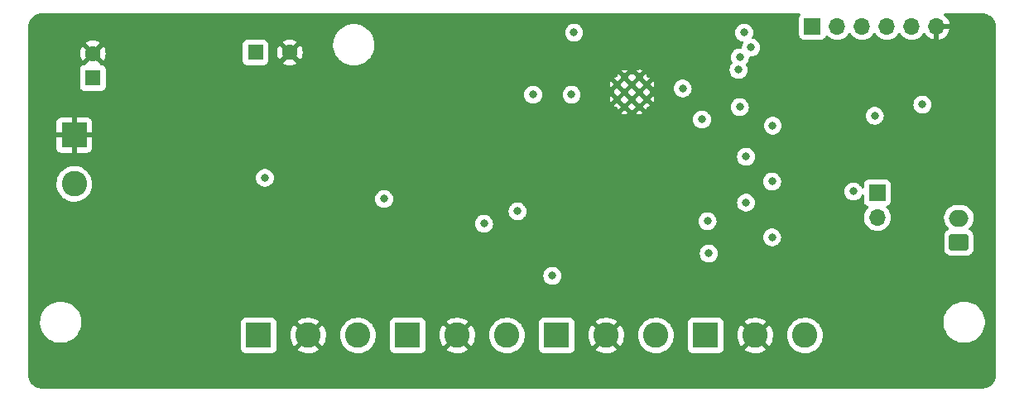
<source format=gbr>
%TF.GenerationSoftware,KiCad,Pcbnew,(6.0.8)*%
%TF.CreationDate,2022-10-05T23:26:50+02:00*%
%TF.ProjectId,DMX_ControllerBoard,444d585f-436f-46e7-9472-6f6c6c657242,rev?*%
%TF.SameCoordinates,Original*%
%TF.FileFunction,Copper,L2,Inr*%
%TF.FilePolarity,Positive*%
%FSLAX46Y46*%
G04 Gerber Fmt 4.6, Leading zero omitted, Abs format (unit mm)*
G04 Created by KiCad (PCBNEW (6.0.8)) date 2022-10-05 23:26:50*
%MOMM*%
%LPD*%
G01*
G04 APERTURE LIST*
G04 Aperture macros list*
%AMRoundRect*
0 Rectangle with rounded corners*
0 $1 Rounding radius*
0 $2 $3 $4 $5 $6 $7 $8 $9 X,Y pos of 4 corners*
0 Add a 4 corners polygon primitive as box body*
4,1,4,$2,$3,$4,$5,$6,$7,$8,$9,$2,$3,0*
0 Add four circle primitives for the rounded corners*
1,1,$1+$1,$2,$3*
1,1,$1+$1,$4,$5*
1,1,$1+$1,$6,$7*
1,1,$1+$1,$8,$9*
0 Add four rect primitives between the rounded corners*
20,1,$1+$1,$2,$3,$4,$5,0*
20,1,$1+$1,$4,$5,$6,$7,0*
20,1,$1+$1,$6,$7,$8,$9,0*
20,1,$1+$1,$8,$9,$2,$3,0*%
G04 Aperture macros list end*
%TA.AperFunction,ComponentPad*%
%ADD10R,1.600000X1.600000*%
%TD*%
%TA.AperFunction,ComponentPad*%
%ADD11C,1.600000*%
%TD*%
%TA.AperFunction,ComponentPad*%
%ADD12R,2.600000X2.600000*%
%TD*%
%TA.AperFunction,ComponentPad*%
%ADD13C,2.600000*%
%TD*%
%TA.AperFunction,ComponentPad*%
%ADD14RoundRect,0.250000X0.750000X-0.600000X0.750000X0.600000X-0.750000X0.600000X-0.750000X-0.600000X0*%
%TD*%
%TA.AperFunction,ComponentPad*%
%ADD15O,2.000000X1.700000*%
%TD*%
%TA.AperFunction,ComponentPad*%
%ADD16C,0.475000*%
%TD*%
%TA.AperFunction,ComponentPad*%
%ADD17R,1.700000X1.700000*%
%TD*%
%TA.AperFunction,ComponentPad*%
%ADD18O,1.700000X1.700000*%
%TD*%
%TA.AperFunction,ViaPad*%
%ADD19C,1.000000*%
%TD*%
%TA.AperFunction,ViaPad*%
%ADD20C,0.800000*%
%TD*%
G04 APERTURE END LIST*
D10*
%TO.N,VCC*%
%TO.C,C8*%
X26162000Y-32702500D03*
D11*
%TO.N,GND*%
X26162000Y-30202500D03*
%TD*%
D10*
%TO.N,+5V*%
%TO.C,C12*%
X42799000Y-30099000D03*
D11*
%TO.N,GND*%
X46299000Y-30099000D03*
%TD*%
D12*
%TO.N,GND*%
%TO.C,J3*%
X24257000Y-38544500D03*
D13*
%TO.N,VCC*%
X24257000Y-43544500D03*
%TD*%
D14*
%TO.N,Net-(J5-Pad1)*%
%TO.C,J5*%
X114731800Y-49542700D03*
D15*
%TO.N,Net-(J5-Pad2)*%
X114731800Y-47042700D03*
%TD*%
D16*
%TO.N,GND*%
%TO.C,U3*%
X81298500Y-34904500D03*
X81298500Y-33379500D03*
X79773500Y-33379500D03*
X82061000Y-32617000D03*
X82823500Y-33379500D03*
X80536000Y-35667000D03*
X79773500Y-34904500D03*
X82061000Y-34142000D03*
X80536000Y-32617000D03*
X82823500Y-34904500D03*
X80536000Y-34142000D03*
X82061000Y-35667000D03*
%TD*%
D12*
%TO.N,+5V*%
%TO.C,J1*%
X43116500Y-59055000D03*
D13*
%TO.N,GND*%
X48196500Y-59055000D03*
%TO.N,Button1_sense*%
X53276500Y-59055000D03*
%TD*%
D12*
%TO.N,+5V*%
%TO.C,J2*%
X58356500Y-59055000D03*
D13*
%TO.N,GND*%
X63436500Y-59055000D03*
%TO.N,Button2_sense*%
X68516500Y-59055000D03*
%TD*%
D12*
%TO.N,+5V*%
%TO.C,J4*%
X73596500Y-59055000D03*
D13*
%TO.N,GND*%
X78676500Y-59055000D03*
%TO.N,Button3_sense*%
X83756500Y-59055000D03*
%TD*%
D12*
%TO.N,+5V*%
%TO.C,J6*%
X88836500Y-59055000D03*
D13*
%TO.N,GND*%
X93916500Y-59055000D03*
%TO.N,Button4_sense*%
X98996500Y-59055000D03*
%TD*%
D17*
%TO.N,BOOT_MODE*%
%TO.C,J7*%
X99758500Y-27432000D03*
D18*
%TO.N,TXD*%
X102298500Y-27432000D03*
%TO.N,RXD*%
X104838500Y-27432000D03*
%TO.N,+3.3V*%
X107378500Y-27432000D03*
%TO.N,RESET*%
X109918500Y-27432000D03*
%TO.N,GND*%
X112458500Y-27432000D03*
%TD*%
D17*
%TO.N,Net-(JP1-Pad1)*%
%TO.C,JP1*%
X106387900Y-44450000D03*
D18*
%TO.N,Net-(J5-Pad1)*%
X106387900Y-46990000D03*
%TD*%
D19*
%TO.N,GND*%
X34353500Y-27305000D03*
D20*
X58483500Y-37846000D03*
X92646500Y-26797000D03*
D19*
X31750000Y-28702000D03*
D20*
X92964000Y-50546000D03*
X60769500Y-37846000D03*
D19*
X34417000Y-28638500D03*
X30416500Y-27305000D03*
X33041166Y-27305000D03*
X33083500Y-28638500D03*
D20*
X98869500Y-46228000D03*
X65849500Y-32131000D03*
X64198500Y-37719000D03*
X101092000Y-34988500D03*
X74993500Y-44577000D03*
X42164000Y-40830500D03*
X70675500Y-31242000D03*
X112522000Y-36195000D03*
D19*
X30416500Y-28702000D03*
D20*
X66167000Y-51308000D03*
X68262500Y-31369000D03*
X51371500Y-42672000D03*
X54038500Y-44958000D03*
X75374500Y-26797000D03*
D19*
X31728833Y-27305000D03*
D20*
%TO.N,RESET*%
X75120500Y-34417000D03*
X86487000Y-33782000D03*
X71183500Y-34417000D03*
%TO.N,+3.3V*%
X89027000Y-47371000D03*
X69596000Y-46355000D03*
X92773500Y-28067000D03*
X75374500Y-28067000D03*
%TO.N,+5V*%
X103949500Y-44323000D03*
X73152000Y-52959000D03*
X106133900Y-36576000D03*
X89154000Y-50673000D03*
X95631000Y-49022000D03*
X66167000Y-47625000D03*
X55943500Y-45085000D03*
%TO.N,BOOT_MODE*%
X93472000Y-29591000D03*
X95694500Y-37592000D03*
X95631000Y-43307000D03*
%TO.N,RXD*%
X92202000Y-31877000D03*
%TO.N,TXD*%
X92329000Y-30607000D03*
%TO.N,ERROR_LED*%
X43751500Y-42926000D03*
X88455500Y-36957000D03*
%TO.N,B4*%
X92964000Y-40767000D03*
X92964000Y-45466000D03*
%TO.N,FACTORY_RESET*%
X92329000Y-35687000D03*
X110998000Y-35433000D03*
%TD*%
%TA.AperFunction,Conductor*%
%TO.N,GND*%
G36*
X117112518Y-26097960D02*
G01*
X117127351Y-26100270D01*
X117127355Y-26100270D01*
X117136224Y-26101651D01*
X117150289Y-26099812D01*
X117176504Y-26099136D01*
X117351080Y-26112875D01*
X117370606Y-26115968D01*
X117564413Y-26162496D01*
X117583208Y-26168604D01*
X117756535Y-26240397D01*
X117767346Y-26244875D01*
X117784962Y-26253851D01*
X117868389Y-26304974D01*
X117954906Y-26357991D01*
X117970888Y-26369601D01*
X118120131Y-26497064D01*
X118122454Y-26499048D01*
X118136432Y-26513026D01*
X118265880Y-26664586D01*
X118277491Y-26680568D01*
X118325360Y-26758680D01*
X118381636Y-26850512D01*
X118390612Y-26868128D01*
X118466886Y-27052262D01*
X118472996Y-27071066D01*
X118519527Y-27264867D01*
X118522620Y-27284394D01*
X118529404Y-27370562D01*
X118530217Y-27380888D01*
X118535798Y-27451786D01*
X118535150Y-27468849D01*
X118535300Y-27468851D01*
X118535191Y-27477820D01*
X118533809Y-27486695D01*
X118537893Y-27517921D01*
X118537936Y-27518246D01*
X118539000Y-27534588D01*
X118538897Y-42765148D01*
X118538761Y-63045628D01*
X118537261Y-63065013D01*
X118534950Y-63079851D01*
X118534950Y-63079856D01*
X118533569Y-63088724D01*
X118535408Y-63102789D01*
X118536084Y-63129004D01*
X118522345Y-63303581D01*
X118519252Y-63323109D01*
X118472724Y-63516914D01*
X118466618Y-63535706D01*
X118390345Y-63719851D01*
X118381369Y-63737468D01*
X118277231Y-63907409D01*
X118265613Y-63923401D01*
X118136164Y-64074971D01*
X118122200Y-64088935D01*
X117970678Y-64218352D01*
X117970637Y-64218387D01*
X117954645Y-64230006D01*
X117784775Y-64334107D01*
X117784710Y-64334147D01*
X117767098Y-64343122D01*
X117582949Y-64419405D01*
X117564155Y-64425511D01*
X117370343Y-64472047D01*
X117350825Y-64475138D01*
X117273403Y-64481234D01*
X117183516Y-64488310D01*
X117166368Y-64487660D01*
X117166366Y-64487799D01*
X117157389Y-64487690D01*
X117148520Y-64486309D01*
X117139620Y-64487473D01*
X117139618Y-64487473D01*
X117116966Y-64490436D01*
X117100625Y-64491500D01*
X21001827Y-64491500D01*
X20982442Y-64490000D01*
X20967609Y-64487690D01*
X20967605Y-64487690D01*
X20958736Y-64486309D01*
X20944671Y-64488148D01*
X20918456Y-64488824D01*
X20785349Y-64478348D01*
X20743886Y-64475085D01*
X20724357Y-64471992D01*
X20530557Y-64425464D01*
X20511754Y-64419354D01*
X20327620Y-64343084D01*
X20310003Y-64334107D01*
X20140073Y-64229973D01*
X20124078Y-64218352D01*
X19972526Y-64088915D01*
X19958545Y-64074934D01*
X19829108Y-63923382D01*
X19817487Y-63907387D01*
X19713353Y-63737457D01*
X19704376Y-63719840D01*
X19628106Y-63535706D01*
X19621996Y-63516903D01*
X19575468Y-63323103D01*
X19572375Y-63303574D01*
X19559469Y-63139583D01*
X19560454Y-63117258D01*
X19559794Y-63117199D01*
X19560229Y-63112351D01*
X19561036Y-63107552D01*
X19561189Y-63095000D01*
X19557233Y-63067376D01*
X19555960Y-63049514D01*
X19555960Y-60403134D01*
X41308000Y-60403134D01*
X41314755Y-60465316D01*
X41365885Y-60601705D01*
X41453239Y-60718261D01*
X41569795Y-60805615D01*
X41706184Y-60856745D01*
X41768366Y-60863500D01*
X44464634Y-60863500D01*
X44526816Y-60856745D01*
X44663205Y-60805615D01*
X44779761Y-60718261D01*
X44867115Y-60601705D01*
X44905278Y-60499906D01*
X47116339Y-60499906D01*
X47125053Y-60511427D01*
X47231952Y-60589809D01*
X47239851Y-60594745D01*
X47469405Y-60715519D01*
X47477954Y-60719236D01*
X47722827Y-60804749D01*
X47731836Y-60807163D01*
X47986666Y-60855544D01*
X47995923Y-60856598D01*
X48255107Y-60866783D01*
X48264421Y-60866457D01*
X48522253Y-60838220D01*
X48531430Y-60836519D01*
X48782258Y-60770481D01*
X48791074Y-60767445D01*
X49029380Y-60665062D01*
X49037667Y-60660748D01*
X49258218Y-60524266D01*
X49265768Y-60518780D01*
X49271059Y-60514301D01*
X49279497Y-60501497D01*
X49273435Y-60491145D01*
X48209312Y-59427022D01*
X48195368Y-59419408D01*
X48193535Y-59419539D01*
X48186920Y-59423790D01*
X47122997Y-60487713D01*
X47116339Y-60499906D01*
X44905278Y-60499906D01*
X44918245Y-60465316D01*
X44925000Y-60403134D01*
X44925000Y-59012211D01*
X46384275Y-59012211D01*
X46396720Y-59271288D01*
X46397856Y-59280543D01*
X46448461Y-59534945D01*
X46450949Y-59543917D01*
X46538595Y-59788033D01*
X46542395Y-59796568D01*
X46665158Y-60025042D01*
X46670166Y-60032904D01*
X46740220Y-60126716D01*
X46751479Y-60135165D01*
X46763897Y-60128393D01*
X47824478Y-59067812D01*
X47830856Y-59056132D01*
X48560908Y-59056132D01*
X48561039Y-59057965D01*
X48565290Y-59064580D01*
X49632594Y-60131884D01*
X49644974Y-60138644D01*
X49653315Y-60132400D01*
X49787332Y-59924048D01*
X49791775Y-59915864D01*
X49898307Y-59679370D01*
X49901497Y-59670605D01*
X49971902Y-59420972D01*
X49973762Y-59411830D01*
X50006687Y-59153019D01*
X50007168Y-59146733D01*
X50009487Y-59058160D01*
X50009336Y-59051851D01*
X50006042Y-59007526D01*
X51463550Y-59007526D01*
X51463774Y-59012192D01*
X51463774Y-59012197D01*
X51466446Y-59067812D01*
X51476447Y-59276019D01*
X51528888Y-59539656D01*
X51619720Y-59792646D01*
X51621932Y-59796762D01*
X51621933Y-59796765D01*
X51632863Y-59817107D01*
X51746950Y-60029431D01*
X51749741Y-60033168D01*
X51749745Y-60033175D01*
X51825905Y-60135165D01*
X51907781Y-60244810D01*
X51911090Y-60248090D01*
X51911095Y-60248096D01*
X52095363Y-60430762D01*
X52098680Y-60434050D01*
X52102442Y-60436808D01*
X52102445Y-60436811D01*
X52214237Y-60518780D01*
X52315454Y-60592995D01*
X52319589Y-60595171D01*
X52319593Y-60595173D01*
X52549198Y-60715975D01*
X52553340Y-60718154D01*
X52807113Y-60806775D01*
X52811706Y-60807647D01*
X53066609Y-60856042D01*
X53066612Y-60856042D01*
X53071198Y-60856913D01*
X53198870Y-60861929D01*
X53335125Y-60867283D01*
X53335130Y-60867283D01*
X53339793Y-60867466D01*
X53444107Y-60856042D01*
X53602344Y-60838713D01*
X53602350Y-60838712D01*
X53606997Y-60838203D01*
X53611521Y-60837012D01*
X53862418Y-60770956D01*
X53862420Y-60770955D01*
X53866941Y-60769765D01*
X53974295Y-60723642D01*
X54109620Y-60665502D01*
X54109622Y-60665501D01*
X54113914Y-60663657D01*
X54233251Y-60589809D01*
X54338517Y-60524669D01*
X54338521Y-60524666D01*
X54342490Y-60522210D01*
X54483148Y-60403134D01*
X56548000Y-60403134D01*
X56554755Y-60465316D01*
X56605885Y-60601705D01*
X56693239Y-60718261D01*
X56809795Y-60805615D01*
X56946184Y-60856745D01*
X57008366Y-60863500D01*
X59704634Y-60863500D01*
X59766816Y-60856745D01*
X59903205Y-60805615D01*
X60019761Y-60718261D01*
X60107115Y-60601705D01*
X60145278Y-60499906D01*
X62356339Y-60499906D01*
X62365053Y-60511427D01*
X62471952Y-60589809D01*
X62479851Y-60594745D01*
X62709405Y-60715519D01*
X62717954Y-60719236D01*
X62962827Y-60804749D01*
X62971836Y-60807163D01*
X63226666Y-60855544D01*
X63235923Y-60856598D01*
X63495107Y-60866783D01*
X63504421Y-60866457D01*
X63762253Y-60838220D01*
X63771430Y-60836519D01*
X64022258Y-60770481D01*
X64031074Y-60767445D01*
X64269380Y-60665062D01*
X64277667Y-60660748D01*
X64498218Y-60524266D01*
X64505768Y-60518780D01*
X64511059Y-60514301D01*
X64519497Y-60501497D01*
X64513435Y-60491145D01*
X63449312Y-59427022D01*
X63435368Y-59419408D01*
X63433535Y-59419539D01*
X63426920Y-59423790D01*
X62362997Y-60487713D01*
X62356339Y-60499906D01*
X60145278Y-60499906D01*
X60158245Y-60465316D01*
X60165000Y-60403134D01*
X60165000Y-59012211D01*
X61624275Y-59012211D01*
X61636720Y-59271288D01*
X61637856Y-59280543D01*
X61688461Y-59534945D01*
X61690949Y-59543917D01*
X61778595Y-59788033D01*
X61782395Y-59796568D01*
X61905158Y-60025042D01*
X61910166Y-60032904D01*
X61980220Y-60126716D01*
X61991479Y-60135165D01*
X62003897Y-60128393D01*
X63064478Y-59067812D01*
X63070856Y-59056132D01*
X63800908Y-59056132D01*
X63801039Y-59057965D01*
X63805290Y-59064580D01*
X64872594Y-60131884D01*
X64884974Y-60138644D01*
X64893315Y-60132400D01*
X65027332Y-59924048D01*
X65031775Y-59915864D01*
X65138307Y-59679370D01*
X65141497Y-59670605D01*
X65211902Y-59420972D01*
X65213762Y-59411830D01*
X65246687Y-59153019D01*
X65247168Y-59146733D01*
X65249487Y-59058160D01*
X65249336Y-59051851D01*
X65246042Y-59007526D01*
X66703550Y-59007526D01*
X66703774Y-59012192D01*
X66703774Y-59012197D01*
X66706446Y-59067812D01*
X66716447Y-59276019D01*
X66768888Y-59539656D01*
X66859720Y-59792646D01*
X66861932Y-59796762D01*
X66861933Y-59796765D01*
X66872863Y-59817107D01*
X66986950Y-60029431D01*
X66989741Y-60033168D01*
X66989745Y-60033175D01*
X67065905Y-60135165D01*
X67147781Y-60244810D01*
X67151090Y-60248090D01*
X67151095Y-60248096D01*
X67335363Y-60430762D01*
X67338680Y-60434050D01*
X67342442Y-60436808D01*
X67342445Y-60436811D01*
X67454237Y-60518780D01*
X67555454Y-60592995D01*
X67559589Y-60595171D01*
X67559593Y-60595173D01*
X67789198Y-60715975D01*
X67793340Y-60718154D01*
X68047113Y-60806775D01*
X68051706Y-60807647D01*
X68306609Y-60856042D01*
X68306612Y-60856042D01*
X68311198Y-60856913D01*
X68438870Y-60861929D01*
X68575125Y-60867283D01*
X68575130Y-60867283D01*
X68579793Y-60867466D01*
X68684107Y-60856042D01*
X68842344Y-60838713D01*
X68842350Y-60838712D01*
X68846997Y-60838203D01*
X68851521Y-60837012D01*
X69102418Y-60770956D01*
X69102420Y-60770955D01*
X69106941Y-60769765D01*
X69214295Y-60723642D01*
X69349620Y-60665502D01*
X69349622Y-60665501D01*
X69353914Y-60663657D01*
X69473251Y-60589809D01*
X69578517Y-60524669D01*
X69578521Y-60524666D01*
X69582490Y-60522210D01*
X69723148Y-60403134D01*
X71788000Y-60403134D01*
X71794755Y-60465316D01*
X71845885Y-60601705D01*
X71933239Y-60718261D01*
X72049795Y-60805615D01*
X72186184Y-60856745D01*
X72248366Y-60863500D01*
X74944634Y-60863500D01*
X75006816Y-60856745D01*
X75143205Y-60805615D01*
X75259761Y-60718261D01*
X75347115Y-60601705D01*
X75385278Y-60499906D01*
X77596339Y-60499906D01*
X77605053Y-60511427D01*
X77711952Y-60589809D01*
X77719851Y-60594745D01*
X77949405Y-60715519D01*
X77957954Y-60719236D01*
X78202827Y-60804749D01*
X78211836Y-60807163D01*
X78466666Y-60855544D01*
X78475923Y-60856598D01*
X78735107Y-60866783D01*
X78744421Y-60866457D01*
X79002253Y-60838220D01*
X79011430Y-60836519D01*
X79262258Y-60770481D01*
X79271074Y-60767445D01*
X79509380Y-60665062D01*
X79517667Y-60660748D01*
X79738218Y-60524266D01*
X79745768Y-60518780D01*
X79751059Y-60514301D01*
X79759497Y-60501497D01*
X79753435Y-60491145D01*
X78689312Y-59427022D01*
X78675368Y-59419408D01*
X78673535Y-59419539D01*
X78666920Y-59423790D01*
X77602997Y-60487713D01*
X77596339Y-60499906D01*
X75385278Y-60499906D01*
X75398245Y-60465316D01*
X75405000Y-60403134D01*
X75405000Y-59012211D01*
X76864275Y-59012211D01*
X76876720Y-59271288D01*
X76877856Y-59280543D01*
X76928461Y-59534945D01*
X76930949Y-59543917D01*
X77018595Y-59788033D01*
X77022395Y-59796568D01*
X77145158Y-60025042D01*
X77150166Y-60032904D01*
X77220220Y-60126716D01*
X77231479Y-60135165D01*
X77243897Y-60128393D01*
X78304478Y-59067812D01*
X78310856Y-59056132D01*
X79040908Y-59056132D01*
X79041039Y-59057965D01*
X79045290Y-59064580D01*
X80112594Y-60131884D01*
X80124974Y-60138644D01*
X80133315Y-60132400D01*
X80267332Y-59924048D01*
X80271775Y-59915864D01*
X80378307Y-59679370D01*
X80381497Y-59670605D01*
X80451902Y-59420972D01*
X80453762Y-59411830D01*
X80486687Y-59153019D01*
X80487168Y-59146733D01*
X80489487Y-59058160D01*
X80489336Y-59051851D01*
X80486042Y-59007526D01*
X81943550Y-59007526D01*
X81943774Y-59012192D01*
X81943774Y-59012197D01*
X81946446Y-59067812D01*
X81956447Y-59276019D01*
X82008888Y-59539656D01*
X82099720Y-59792646D01*
X82101932Y-59796762D01*
X82101933Y-59796765D01*
X82112863Y-59817107D01*
X82226950Y-60029431D01*
X82229741Y-60033168D01*
X82229745Y-60033175D01*
X82305905Y-60135165D01*
X82387781Y-60244810D01*
X82391090Y-60248090D01*
X82391095Y-60248096D01*
X82575363Y-60430762D01*
X82578680Y-60434050D01*
X82582442Y-60436808D01*
X82582445Y-60436811D01*
X82694237Y-60518780D01*
X82795454Y-60592995D01*
X82799589Y-60595171D01*
X82799593Y-60595173D01*
X83029198Y-60715975D01*
X83033340Y-60718154D01*
X83287113Y-60806775D01*
X83291706Y-60807647D01*
X83546609Y-60856042D01*
X83546612Y-60856042D01*
X83551198Y-60856913D01*
X83678870Y-60861929D01*
X83815125Y-60867283D01*
X83815130Y-60867283D01*
X83819793Y-60867466D01*
X83924107Y-60856042D01*
X84082344Y-60838713D01*
X84082350Y-60838712D01*
X84086997Y-60838203D01*
X84091521Y-60837012D01*
X84342418Y-60770956D01*
X84342420Y-60770955D01*
X84346941Y-60769765D01*
X84454295Y-60723642D01*
X84589620Y-60665502D01*
X84589622Y-60665501D01*
X84593914Y-60663657D01*
X84713251Y-60589809D01*
X84818517Y-60524669D01*
X84818521Y-60524666D01*
X84822490Y-60522210D01*
X84963148Y-60403134D01*
X87028000Y-60403134D01*
X87034755Y-60465316D01*
X87085885Y-60601705D01*
X87173239Y-60718261D01*
X87289795Y-60805615D01*
X87426184Y-60856745D01*
X87488366Y-60863500D01*
X90184634Y-60863500D01*
X90246816Y-60856745D01*
X90383205Y-60805615D01*
X90499761Y-60718261D01*
X90587115Y-60601705D01*
X90625278Y-60499906D01*
X92836339Y-60499906D01*
X92845053Y-60511427D01*
X92951952Y-60589809D01*
X92959851Y-60594745D01*
X93189405Y-60715519D01*
X93197954Y-60719236D01*
X93442827Y-60804749D01*
X93451836Y-60807163D01*
X93706666Y-60855544D01*
X93715923Y-60856598D01*
X93975107Y-60866783D01*
X93984421Y-60866457D01*
X94242253Y-60838220D01*
X94251430Y-60836519D01*
X94502258Y-60770481D01*
X94511074Y-60767445D01*
X94749380Y-60665062D01*
X94757667Y-60660748D01*
X94978218Y-60524266D01*
X94985768Y-60518780D01*
X94991059Y-60514301D01*
X94999497Y-60501497D01*
X94993435Y-60491145D01*
X93929312Y-59427022D01*
X93915368Y-59419408D01*
X93913535Y-59419539D01*
X93906920Y-59423790D01*
X92842997Y-60487713D01*
X92836339Y-60499906D01*
X90625278Y-60499906D01*
X90638245Y-60465316D01*
X90645000Y-60403134D01*
X90645000Y-59012211D01*
X92104275Y-59012211D01*
X92116720Y-59271288D01*
X92117856Y-59280543D01*
X92168461Y-59534945D01*
X92170949Y-59543917D01*
X92258595Y-59788033D01*
X92262395Y-59796568D01*
X92385158Y-60025042D01*
X92390166Y-60032904D01*
X92460220Y-60126716D01*
X92471479Y-60135165D01*
X92483897Y-60128393D01*
X93544478Y-59067812D01*
X93550856Y-59056132D01*
X94280908Y-59056132D01*
X94281039Y-59057965D01*
X94285290Y-59064580D01*
X95352594Y-60131884D01*
X95364974Y-60138644D01*
X95373315Y-60132400D01*
X95507332Y-59924048D01*
X95511775Y-59915864D01*
X95618307Y-59679370D01*
X95621497Y-59670605D01*
X95691902Y-59420972D01*
X95693762Y-59411830D01*
X95726687Y-59153019D01*
X95727168Y-59146733D01*
X95729487Y-59058160D01*
X95729336Y-59051851D01*
X95726042Y-59007526D01*
X97183550Y-59007526D01*
X97183774Y-59012192D01*
X97183774Y-59012197D01*
X97186446Y-59067812D01*
X97196447Y-59276019D01*
X97248888Y-59539656D01*
X97339720Y-59792646D01*
X97341932Y-59796762D01*
X97341933Y-59796765D01*
X97352863Y-59817107D01*
X97466950Y-60029431D01*
X97469741Y-60033168D01*
X97469745Y-60033175D01*
X97545905Y-60135165D01*
X97627781Y-60244810D01*
X97631090Y-60248090D01*
X97631095Y-60248096D01*
X97815363Y-60430762D01*
X97818680Y-60434050D01*
X97822442Y-60436808D01*
X97822445Y-60436811D01*
X97934237Y-60518780D01*
X98035454Y-60592995D01*
X98039589Y-60595171D01*
X98039593Y-60595173D01*
X98269198Y-60715975D01*
X98273340Y-60718154D01*
X98527113Y-60806775D01*
X98531706Y-60807647D01*
X98786609Y-60856042D01*
X98786612Y-60856042D01*
X98791198Y-60856913D01*
X98918870Y-60861929D01*
X99055125Y-60867283D01*
X99055130Y-60867283D01*
X99059793Y-60867466D01*
X99164107Y-60856042D01*
X99322344Y-60838713D01*
X99322350Y-60838712D01*
X99326997Y-60838203D01*
X99331521Y-60837012D01*
X99582418Y-60770956D01*
X99582420Y-60770955D01*
X99586941Y-60769765D01*
X99694295Y-60723642D01*
X99829620Y-60665502D01*
X99829622Y-60665501D01*
X99833914Y-60663657D01*
X99953251Y-60589809D01*
X100058517Y-60524669D01*
X100058521Y-60524666D01*
X100062490Y-60522210D01*
X100267649Y-60348530D01*
X100444882Y-60146434D01*
X100452131Y-60135165D01*
X100587769Y-59924291D01*
X100590297Y-59920361D01*
X100700699Y-59675278D01*
X100737747Y-59543917D01*
X100772393Y-59421072D01*
X100772394Y-59421069D01*
X100773663Y-59416568D01*
X100791543Y-59276019D01*
X100807188Y-59153045D01*
X100807188Y-59153041D01*
X100807586Y-59149915D01*
X100807670Y-59146733D01*
X100808977Y-59096779D01*
X100810071Y-59055000D01*
X100790150Y-58786937D01*
X100789119Y-58782379D01*
X100731861Y-58529331D01*
X100731860Y-58529326D01*
X100730827Y-58524763D01*
X100633402Y-58274238D01*
X100500018Y-58040864D01*
X100452568Y-57980673D01*
X100360262Y-57863584D01*
X100342855Y-57841503D01*
X113168643Y-57841503D01*
X113206168Y-58126534D01*
X113282029Y-58403836D01*
X113283713Y-58407784D01*
X113335616Y-58529467D01*
X113394823Y-58668276D01*
X113542461Y-58914961D01*
X113722213Y-59139328D01*
X113930751Y-59337223D01*
X114164217Y-59504986D01*
X114168012Y-59506995D01*
X114168013Y-59506996D01*
X114189769Y-59518515D01*
X114418292Y-59639512D01*
X114688273Y-59738311D01*
X114969164Y-59799555D01*
X114997741Y-59801804D01*
X115192182Y-59817107D01*
X115192191Y-59817107D01*
X115194639Y-59817300D01*
X115350171Y-59817300D01*
X115352307Y-59817154D01*
X115352318Y-59817154D01*
X115560448Y-59802965D01*
X115560454Y-59802964D01*
X115564725Y-59802673D01*
X115568920Y-59801804D01*
X115568922Y-59801804D01*
X115705484Y-59773523D01*
X115846242Y-59744374D01*
X116117243Y-59648407D01*
X116372712Y-59516550D01*
X116376213Y-59514089D01*
X116376217Y-59514087D01*
X116490318Y-59433895D01*
X116607923Y-59351241D01*
X116818522Y-59155540D01*
X117000613Y-58933068D01*
X117150827Y-58687942D01*
X117266383Y-58424698D01*
X117345144Y-58148206D01*
X117385651Y-57863584D01*
X117385745Y-57845751D01*
X117387135Y-57580383D01*
X117387135Y-57580376D01*
X117387157Y-57576097D01*
X117375863Y-57490306D01*
X117358045Y-57354967D01*
X117349632Y-57291066D01*
X117273771Y-57013764D01*
X117160977Y-56749324D01*
X117013339Y-56502639D01*
X116833587Y-56278272D01*
X116625049Y-56080377D01*
X116391583Y-55912614D01*
X116369743Y-55901050D01*
X116346554Y-55888772D01*
X116137508Y-55778088D01*
X115867527Y-55679289D01*
X115586636Y-55618045D01*
X115555585Y-55615601D01*
X115363618Y-55600493D01*
X115363609Y-55600493D01*
X115361161Y-55600300D01*
X115205629Y-55600300D01*
X115203493Y-55600446D01*
X115203482Y-55600446D01*
X114995352Y-55614635D01*
X114995346Y-55614636D01*
X114991075Y-55614927D01*
X114986880Y-55615796D01*
X114986878Y-55615796D01*
X114850317Y-55644076D01*
X114709558Y-55673226D01*
X114438557Y-55769193D01*
X114183088Y-55901050D01*
X114179587Y-55903511D01*
X114179583Y-55903513D01*
X114169494Y-55910604D01*
X113947877Y-56066359D01*
X113737278Y-56262060D01*
X113555187Y-56484532D01*
X113404973Y-56729658D01*
X113289417Y-56992902D01*
X113210656Y-57269394D01*
X113195978Y-57372528D01*
X113178543Y-57495039D01*
X113170149Y-57554016D01*
X113170127Y-57558305D01*
X113170126Y-57558312D01*
X113168721Y-57826569D01*
X113168643Y-57841503D01*
X100342855Y-57841503D01*
X100333605Y-57829769D01*
X100137817Y-57645591D01*
X99939907Y-57508295D01*
X99920799Y-57495039D01*
X99920796Y-57495037D01*
X99916957Y-57492374D01*
X99875270Y-57471816D01*
X99680064Y-57375551D01*
X99680061Y-57375550D01*
X99675876Y-57373486D01*
X99629707Y-57358707D01*
X99431691Y-57295322D01*
X99419870Y-57291538D01*
X99415263Y-57290788D01*
X99415260Y-57290787D01*
X99201837Y-57256029D01*
X99154563Y-57248330D01*
X99024219Y-57246624D01*
X98890461Y-57244873D01*
X98890458Y-57244873D01*
X98885784Y-57244812D01*
X98619437Y-57281060D01*
X98614951Y-57282368D01*
X98614949Y-57282368D01*
X98570506Y-57295322D01*
X98361374Y-57356278D01*
X98117263Y-57468815D01*
X98113354Y-57471378D01*
X97896381Y-57613631D01*
X97896376Y-57613635D01*
X97892468Y-57616197D01*
X97691926Y-57795188D01*
X97520044Y-58001854D01*
X97380596Y-58231656D01*
X97378787Y-58235970D01*
X97378785Y-58235974D01*
X97362740Y-58274238D01*
X97276648Y-58479545D01*
X97210481Y-58740077D01*
X97183550Y-59007526D01*
X95726042Y-59007526D01*
X95710001Y-58791663D01*
X95708625Y-58782457D01*
X95651378Y-58529467D01*
X95648654Y-58520556D01*
X95554643Y-58278806D01*
X95550632Y-58270397D01*
X95421922Y-58045202D01*
X95416711Y-58037476D01*
X95373496Y-57982658D01*
X95361571Y-57974187D01*
X95350037Y-57980673D01*
X94288522Y-59042188D01*
X94280908Y-59056132D01*
X93550856Y-59056132D01*
X93552092Y-59053868D01*
X93551961Y-59052035D01*
X93547710Y-59045420D01*
X92482316Y-57980026D01*
X92469007Y-57972758D01*
X92458972Y-57979878D01*
X92443437Y-57998556D01*
X92438031Y-58006135D01*
X92303465Y-58227891D01*
X92299236Y-58236192D01*
X92198932Y-58475389D01*
X92195971Y-58484239D01*
X92132128Y-58735625D01*
X92130506Y-58744822D01*
X92104520Y-59002885D01*
X92104275Y-59012211D01*
X90645000Y-59012211D01*
X90645000Y-57706866D01*
X90638245Y-57644684D01*
X90624376Y-57607689D01*
X92833602Y-57607689D01*
X92838175Y-57617465D01*
X93903688Y-58682978D01*
X93917632Y-58690592D01*
X93919465Y-58690461D01*
X93926080Y-58686210D01*
X94990849Y-57621441D01*
X94997233Y-57609751D01*
X94987821Y-57597641D01*
X94840545Y-57495471D01*
X94832510Y-57490738D01*
X94599876Y-57376016D01*
X94591243Y-57372528D01*
X94344203Y-57293450D01*
X94335143Y-57291274D01*
X94079130Y-57249580D01*
X94069843Y-57248768D01*
X93810492Y-57245373D01*
X93801181Y-57245943D01*
X93544182Y-57280919D01*
X93535046Y-57282860D01*
X93286043Y-57355439D01*
X93277300Y-57358707D01*
X93041752Y-57467296D01*
X93033597Y-57471816D01*
X92842740Y-57596947D01*
X92833602Y-57607689D01*
X90624376Y-57607689D01*
X90587115Y-57508295D01*
X90499761Y-57391739D01*
X90383205Y-57304385D01*
X90246816Y-57253255D01*
X90184634Y-57246500D01*
X87488366Y-57246500D01*
X87426184Y-57253255D01*
X87289795Y-57304385D01*
X87173239Y-57391739D01*
X87085885Y-57508295D01*
X87034755Y-57644684D01*
X87028000Y-57706866D01*
X87028000Y-60403134D01*
X84963148Y-60403134D01*
X85027649Y-60348530D01*
X85204882Y-60146434D01*
X85212131Y-60135165D01*
X85347769Y-59924291D01*
X85350297Y-59920361D01*
X85460699Y-59675278D01*
X85497747Y-59543917D01*
X85532393Y-59421072D01*
X85532394Y-59421069D01*
X85533663Y-59416568D01*
X85551543Y-59276019D01*
X85567188Y-59153045D01*
X85567188Y-59153041D01*
X85567586Y-59149915D01*
X85567670Y-59146733D01*
X85568977Y-59096779D01*
X85570071Y-59055000D01*
X85550150Y-58786937D01*
X85549119Y-58782379D01*
X85491861Y-58529331D01*
X85491860Y-58529326D01*
X85490827Y-58524763D01*
X85393402Y-58274238D01*
X85260018Y-58040864D01*
X85212568Y-57980673D01*
X85120262Y-57863584D01*
X85093605Y-57829769D01*
X84897817Y-57645591D01*
X84699907Y-57508295D01*
X84680799Y-57495039D01*
X84680796Y-57495037D01*
X84676957Y-57492374D01*
X84635270Y-57471816D01*
X84440064Y-57375551D01*
X84440061Y-57375550D01*
X84435876Y-57373486D01*
X84389707Y-57358707D01*
X84191691Y-57295322D01*
X84179870Y-57291538D01*
X84175263Y-57290788D01*
X84175260Y-57290787D01*
X83961837Y-57256029D01*
X83914563Y-57248330D01*
X83784219Y-57246624D01*
X83650461Y-57244873D01*
X83650458Y-57244873D01*
X83645784Y-57244812D01*
X83379437Y-57281060D01*
X83374951Y-57282368D01*
X83374949Y-57282368D01*
X83330506Y-57295322D01*
X83121374Y-57356278D01*
X82877263Y-57468815D01*
X82873354Y-57471378D01*
X82656381Y-57613631D01*
X82656376Y-57613635D01*
X82652468Y-57616197D01*
X82451926Y-57795188D01*
X82280044Y-58001854D01*
X82140596Y-58231656D01*
X82138787Y-58235970D01*
X82138785Y-58235974D01*
X82122740Y-58274238D01*
X82036648Y-58479545D01*
X81970481Y-58740077D01*
X81943550Y-59007526D01*
X80486042Y-59007526D01*
X80470001Y-58791663D01*
X80468625Y-58782457D01*
X80411378Y-58529467D01*
X80408654Y-58520556D01*
X80314643Y-58278806D01*
X80310632Y-58270397D01*
X80181922Y-58045202D01*
X80176711Y-58037476D01*
X80133496Y-57982658D01*
X80121571Y-57974187D01*
X80110037Y-57980673D01*
X79048522Y-59042188D01*
X79040908Y-59056132D01*
X78310856Y-59056132D01*
X78312092Y-59053868D01*
X78311961Y-59052035D01*
X78307710Y-59045420D01*
X77242316Y-57980026D01*
X77229007Y-57972758D01*
X77218972Y-57979878D01*
X77203437Y-57998556D01*
X77198031Y-58006135D01*
X77063465Y-58227891D01*
X77059236Y-58236192D01*
X76958932Y-58475389D01*
X76955971Y-58484239D01*
X76892128Y-58735625D01*
X76890506Y-58744822D01*
X76864520Y-59002885D01*
X76864275Y-59012211D01*
X75405000Y-59012211D01*
X75405000Y-57706866D01*
X75398245Y-57644684D01*
X75384376Y-57607689D01*
X77593602Y-57607689D01*
X77598175Y-57617465D01*
X78663688Y-58682978D01*
X78677632Y-58690592D01*
X78679465Y-58690461D01*
X78686080Y-58686210D01*
X79750849Y-57621441D01*
X79757233Y-57609751D01*
X79747821Y-57597641D01*
X79600545Y-57495471D01*
X79592510Y-57490738D01*
X79359876Y-57376016D01*
X79351243Y-57372528D01*
X79104203Y-57293450D01*
X79095143Y-57291274D01*
X78839130Y-57249580D01*
X78829843Y-57248768D01*
X78570492Y-57245373D01*
X78561181Y-57245943D01*
X78304182Y-57280919D01*
X78295046Y-57282860D01*
X78046043Y-57355439D01*
X78037300Y-57358707D01*
X77801752Y-57467296D01*
X77793597Y-57471816D01*
X77602740Y-57596947D01*
X77593602Y-57607689D01*
X75384376Y-57607689D01*
X75347115Y-57508295D01*
X75259761Y-57391739D01*
X75143205Y-57304385D01*
X75006816Y-57253255D01*
X74944634Y-57246500D01*
X72248366Y-57246500D01*
X72186184Y-57253255D01*
X72049795Y-57304385D01*
X71933239Y-57391739D01*
X71845885Y-57508295D01*
X71794755Y-57644684D01*
X71788000Y-57706866D01*
X71788000Y-60403134D01*
X69723148Y-60403134D01*
X69787649Y-60348530D01*
X69964882Y-60146434D01*
X69972131Y-60135165D01*
X70107769Y-59924291D01*
X70110297Y-59920361D01*
X70220699Y-59675278D01*
X70257747Y-59543917D01*
X70292393Y-59421072D01*
X70292394Y-59421069D01*
X70293663Y-59416568D01*
X70311543Y-59276019D01*
X70327188Y-59153045D01*
X70327188Y-59153041D01*
X70327586Y-59149915D01*
X70327670Y-59146733D01*
X70328977Y-59096779D01*
X70330071Y-59055000D01*
X70310150Y-58786937D01*
X70309119Y-58782379D01*
X70251861Y-58529331D01*
X70251860Y-58529326D01*
X70250827Y-58524763D01*
X70153402Y-58274238D01*
X70020018Y-58040864D01*
X69972568Y-57980673D01*
X69880262Y-57863584D01*
X69853605Y-57829769D01*
X69657817Y-57645591D01*
X69459907Y-57508295D01*
X69440799Y-57495039D01*
X69440796Y-57495037D01*
X69436957Y-57492374D01*
X69395270Y-57471816D01*
X69200064Y-57375551D01*
X69200061Y-57375550D01*
X69195876Y-57373486D01*
X69149707Y-57358707D01*
X68951691Y-57295322D01*
X68939870Y-57291538D01*
X68935263Y-57290788D01*
X68935260Y-57290787D01*
X68721837Y-57256029D01*
X68674563Y-57248330D01*
X68544219Y-57246624D01*
X68410461Y-57244873D01*
X68410458Y-57244873D01*
X68405784Y-57244812D01*
X68139437Y-57281060D01*
X68134951Y-57282368D01*
X68134949Y-57282368D01*
X68090506Y-57295322D01*
X67881374Y-57356278D01*
X67637263Y-57468815D01*
X67633354Y-57471378D01*
X67416381Y-57613631D01*
X67416376Y-57613635D01*
X67412468Y-57616197D01*
X67211926Y-57795188D01*
X67040044Y-58001854D01*
X66900596Y-58231656D01*
X66898787Y-58235970D01*
X66898785Y-58235974D01*
X66882740Y-58274238D01*
X66796648Y-58479545D01*
X66730481Y-58740077D01*
X66703550Y-59007526D01*
X65246042Y-59007526D01*
X65230001Y-58791663D01*
X65228625Y-58782457D01*
X65171378Y-58529467D01*
X65168654Y-58520556D01*
X65074643Y-58278806D01*
X65070632Y-58270397D01*
X64941922Y-58045202D01*
X64936711Y-58037476D01*
X64893496Y-57982658D01*
X64881571Y-57974187D01*
X64870037Y-57980673D01*
X63808522Y-59042188D01*
X63800908Y-59056132D01*
X63070856Y-59056132D01*
X63072092Y-59053868D01*
X63071961Y-59052035D01*
X63067710Y-59045420D01*
X62002316Y-57980026D01*
X61989007Y-57972758D01*
X61978972Y-57979878D01*
X61963437Y-57998556D01*
X61958031Y-58006135D01*
X61823465Y-58227891D01*
X61819236Y-58236192D01*
X61718932Y-58475389D01*
X61715971Y-58484239D01*
X61652128Y-58735625D01*
X61650506Y-58744822D01*
X61624520Y-59002885D01*
X61624275Y-59012211D01*
X60165000Y-59012211D01*
X60165000Y-57706866D01*
X60158245Y-57644684D01*
X60144376Y-57607689D01*
X62353602Y-57607689D01*
X62358175Y-57617465D01*
X63423688Y-58682978D01*
X63437632Y-58690592D01*
X63439465Y-58690461D01*
X63446080Y-58686210D01*
X64510849Y-57621441D01*
X64517233Y-57609751D01*
X64507821Y-57597641D01*
X64360545Y-57495471D01*
X64352510Y-57490738D01*
X64119876Y-57376016D01*
X64111243Y-57372528D01*
X63864203Y-57293450D01*
X63855143Y-57291274D01*
X63599130Y-57249580D01*
X63589843Y-57248768D01*
X63330492Y-57245373D01*
X63321181Y-57245943D01*
X63064182Y-57280919D01*
X63055046Y-57282860D01*
X62806043Y-57355439D01*
X62797300Y-57358707D01*
X62561752Y-57467296D01*
X62553597Y-57471816D01*
X62362740Y-57596947D01*
X62353602Y-57607689D01*
X60144376Y-57607689D01*
X60107115Y-57508295D01*
X60019761Y-57391739D01*
X59903205Y-57304385D01*
X59766816Y-57253255D01*
X59704634Y-57246500D01*
X57008366Y-57246500D01*
X56946184Y-57253255D01*
X56809795Y-57304385D01*
X56693239Y-57391739D01*
X56605885Y-57508295D01*
X56554755Y-57644684D01*
X56548000Y-57706866D01*
X56548000Y-60403134D01*
X54483148Y-60403134D01*
X54547649Y-60348530D01*
X54724882Y-60146434D01*
X54732131Y-60135165D01*
X54867769Y-59924291D01*
X54870297Y-59920361D01*
X54980699Y-59675278D01*
X55017747Y-59543917D01*
X55052393Y-59421072D01*
X55052394Y-59421069D01*
X55053663Y-59416568D01*
X55071543Y-59276019D01*
X55087188Y-59153045D01*
X55087188Y-59153041D01*
X55087586Y-59149915D01*
X55087670Y-59146733D01*
X55088977Y-59096779D01*
X55090071Y-59055000D01*
X55070150Y-58786937D01*
X55069119Y-58782379D01*
X55011861Y-58529331D01*
X55011860Y-58529326D01*
X55010827Y-58524763D01*
X54913402Y-58274238D01*
X54780018Y-58040864D01*
X54732568Y-57980673D01*
X54640262Y-57863584D01*
X54613605Y-57829769D01*
X54417817Y-57645591D01*
X54219907Y-57508295D01*
X54200799Y-57495039D01*
X54200796Y-57495037D01*
X54196957Y-57492374D01*
X54155270Y-57471816D01*
X53960064Y-57375551D01*
X53960061Y-57375550D01*
X53955876Y-57373486D01*
X53909707Y-57358707D01*
X53711691Y-57295322D01*
X53699870Y-57291538D01*
X53695263Y-57290788D01*
X53695260Y-57290787D01*
X53481837Y-57256029D01*
X53434563Y-57248330D01*
X53304219Y-57246624D01*
X53170461Y-57244873D01*
X53170458Y-57244873D01*
X53165784Y-57244812D01*
X52899437Y-57281060D01*
X52894951Y-57282368D01*
X52894949Y-57282368D01*
X52850506Y-57295322D01*
X52641374Y-57356278D01*
X52397263Y-57468815D01*
X52393354Y-57471378D01*
X52176381Y-57613631D01*
X52176376Y-57613635D01*
X52172468Y-57616197D01*
X51971926Y-57795188D01*
X51800044Y-58001854D01*
X51660596Y-58231656D01*
X51658787Y-58235970D01*
X51658785Y-58235974D01*
X51642740Y-58274238D01*
X51556648Y-58479545D01*
X51490481Y-58740077D01*
X51463550Y-59007526D01*
X50006042Y-59007526D01*
X49990001Y-58791663D01*
X49988625Y-58782457D01*
X49931378Y-58529467D01*
X49928654Y-58520556D01*
X49834643Y-58278806D01*
X49830632Y-58270397D01*
X49701922Y-58045202D01*
X49696711Y-58037476D01*
X49653496Y-57982658D01*
X49641571Y-57974187D01*
X49630037Y-57980673D01*
X48568522Y-59042188D01*
X48560908Y-59056132D01*
X47830856Y-59056132D01*
X47832092Y-59053868D01*
X47831961Y-59052035D01*
X47827710Y-59045420D01*
X46762316Y-57980026D01*
X46749007Y-57972758D01*
X46738972Y-57979878D01*
X46723437Y-57998556D01*
X46718031Y-58006135D01*
X46583465Y-58227891D01*
X46579236Y-58236192D01*
X46478932Y-58475389D01*
X46475971Y-58484239D01*
X46412128Y-58735625D01*
X46410506Y-58744822D01*
X46384520Y-59002885D01*
X46384275Y-59012211D01*
X44925000Y-59012211D01*
X44925000Y-57706866D01*
X44918245Y-57644684D01*
X44904376Y-57607689D01*
X47113602Y-57607689D01*
X47118175Y-57617465D01*
X48183688Y-58682978D01*
X48197632Y-58690592D01*
X48199465Y-58690461D01*
X48206080Y-58686210D01*
X49270849Y-57621441D01*
X49277233Y-57609751D01*
X49267821Y-57597641D01*
X49120545Y-57495471D01*
X49112510Y-57490738D01*
X48879876Y-57376016D01*
X48871243Y-57372528D01*
X48624203Y-57293450D01*
X48615143Y-57291274D01*
X48359130Y-57249580D01*
X48349843Y-57248768D01*
X48090492Y-57245373D01*
X48081181Y-57245943D01*
X47824182Y-57280919D01*
X47815046Y-57282860D01*
X47566043Y-57355439D01*
X47557300Y-57358707D01*
X47321752Y-57467296D01*
X47313597Y-57471816D01*
X47122740Y-57596947D01*
X47113602Y-57607689D01*
X44904376Y-57607689D01*
X44867115Y-57508295D01*
X44779761Y-57391739D01*
X44663205Y-57304385D01*
X44526816Y-57253255D01*
X44464634Y-57246500D01*
X41768366Y-57246500D01*
X41706184Y-57253255D01*
X41569795Y-57304385D01*
X41453239Y-57391739D01*
X41365885Y-57508295D01*
X41314755Y-57644684D01*
X41308000Y-57706866D01*
X41308000Y-60403134D01*
X19555960Y-60403134D01*
X19555960Y-57841503D01*
X20763443Y-57841503D01*
X20800968Y-58126534D01*
X20876829Y-58403836D01*
X20878513Y-58407784D01*
X20930416Y-58529467D01*
X20989623Y-58668276D01*
X21137261Y-58914961D01*
X21317013Y-59139328D01*
X21525551Y-59337223D01*
X21759017Y-59504986D01*
X21762812Y-59506995D01*
X21762813Y-59506996D01*
X21784569Y-59518515D01*
X22013092Y-59639512D01*
X22283073Y-59738311D01*
X22563964Y-59799555D01*
X22592541Y-59801804D01*
X22786982Y-59817107D01*
X22786991Y-59817107D01*
X22789439Y-59817300D01*
X22944971Y-59817300D01*
X22947107Y-59817154D01*
X22947118Y-59817154D01*
X23155248Y-59802965D01*
X23155254Y-59802964D01*
X23159525Y-59802673D01*
X23163720Y-59801804D01*
X23163722Y-59801804D01*
X23300284Y-59773523D01*
X23441042Y-59744374D01*
X23712043Y-59648407D01*
X23967512Y-59516550D01*
X23971013Y-59514089D01*
X23971017Y-59514087D01*
X24085117Y-59433896D01*
X24202723Y-59351241D01*
X24413322Y-59155540D01*
X24595413Y-58933068D01*
X24745627Y-58687942D01*
X24861183Y-58424698D01*
X24939944Y-58148206D01*
X24980451Y-57863584D01*
X24980545Y-57845751D01*
X24981935Y-57580383D01*
X24981935Y-57580376D01*
X24981957Y-57576097D01*
X24970663Y-57490306D01*
X24952845Y-57354967D01*
X24944432Y-57291066D01*
X24868571Y-57013764D01*
X24755777Y-56749324D01*
X24608139Y-56502639D01*
X24428387Y-56278272D01*
X24219849Y-56080377D01*
X23986383Y-55912614D01*
X23964543Y-55901050D01*
X23941354Y-55888772D01*
X23732308Y-55778088D01*
X23462327Y-55679289D01*
X23181436Y-55618045D01*
X23150385Y-55615601D01*
X22958418Y-55600493D01*
X22958409Y-55600493D01*
X22955961Y-55600300D01*
X22800429Y-55600300D01*
X22798293Y-55600446D01*
X22798282Y-55600446D01*
X22590152Y-55614635D01*
X22590146Y-55614636D01*
X22585875Y-55614927D01*
X22581680Y-55615796D01*
X22581678Y-55615796D01*
X22445117Y-55644076D01*
X22304358Y-55673226D01*
X22033357Y-55769193D01*
X21777888Y-55901050D01*
X21774387Y-55903511D01*
X21774383Y-55903513D01*
X21764294Y-55910604D01*
X21542677Y-56066359D01*
X21332078Y-56262060D01*
X21149987Y-56484532D01*
X20999773Y-56729658D01*
X20884217Y-56992902D01*
X20805456Y-57269394D01*
X20790778Y-57372528D01*
X20773343Y-57495039D01*
X20764949Y-57554016D01*
X20764927Y-57558305D01*
X20764926Y-57558312D01*
X20763521Y-57826569D01*
X20763443Y-57841503D01*
X19555960Y-57841503D01*
X19555960Y-52959000D01*
X72238496Y-52959000D01*
X72258458Y-53148928D01*
X72317473Y-53330556D01*
X72412960Y-53495944D01*
X72540747Y-53637866D01*
X72695248Y-53750118D01*
X72701276Y-53752802D01*
X72701278Y-53752803D01*
X72863681Y-53825109D01*
X72869712Y-53827794D01*
X72963113Y-53847647D01*
X73050056Y-53866128D01*
X73050061Y-53866128D01*
X73056513Y-53867500D01*
X73247487Y-53867500D01*
X73253939Y-53866128D01*
X73253944Y-53866128D01*
X73340887Y-53847647D01*
X73434288Y-53827794D01*
X73440319Y-53825109D01*
X73602722Y-53752803D01*
X73602724Y-53752802D01*
X73608752Y-53750118D01*
X73763253Y-53637866D01*
X73891040Y-53495944D01*
X73986527Y-53330556D01*
X74045542Y-53148928D01*
X74065504Y-52959000D01*
X74045542Y-52769072D01*
X73986527Y-52587444D01*
X73891040Y-52422056D01*
X73763253Y-52280134D01*
X73608752Y-52167882D01*
X73602724Y-52165198D01*
X73602722Y-52165197D01*
X73440319Y-52092891D01*
X73440318Y-52092891D01*
X73434288Y-52090206D01*
X73340888Y-52070353D01*
X73253944Y-52051872D01*
X73253939Y-52051872D01*
X73247487Y-52050500D01*
X73056513Y-52050500D01*
X73050061Y-52051872D01*
X73050056Y-52051872D01*
X72963112Y-52070353D01*
X72869712Y-52090206D01*
X72863682Y-52092891D01*
X72863681Y-52092891D01*
X72701278Y-52165197D01*
X72701276Y-52165198D01*
X72695248Y-52167882D01*
X72540747Y-52280134D01*
X72412960Y-52422056D01*
X72317473Y-52587444D01*
X72258458Y-52769072D01*
X72238496Y-52959000D01*
X19555960Y-52959000D01*
X19555960Y-50673000D01*
X88240496Y-50673000D01*
X88241186Y-50679565D01*
X88257100Y-50830975D01*
X88260458Y-50862928D01*
X88319473Y-51044556D01*
X88414960Y-51209944D01*
X88542747Y-51351866D01*
X88697248Y-51464118D01*
X88703276Y-51466802D01*
X88703278Y-51466803D01*
X88865681Y-51539109D01*
X88871712Y-51541794D01*
X88965112Y-51561647D01*
X89052056Y-51580128D01*
X89052061Y-51580128D01*
X89058513Y-51581500D01*
X89249487Y-51581500D01*
X89255939Y-51580128D01*
X89255944Y-51580128D01*
X89342887Y-51561647D01*
X89436288Y-51541794D01*
X89442319Y-51539109D01*
X89604722Y-51466803D01*
X89604724Y-51466802D01*
X89610752Y-51464118D01*
X89765253Y-51351866D01*
X89893040Y-51209944D01*
X89988527Y-51044556D01*
X90047542Y-50862928D01*
X90050901Y-50830975D01*
X90066814Y-50679565D01*
X90067504Y-50673000D01*
X90061623Y-50617048D01*
X90048232Y-50489635D01*
X90048232Y-50489633D01*
X90047542Y-50483072D01*
X89988527Y-50301444D01*
X89893040Y-50136056D01*
X89765253Y-49994134D01*
X89624907Y-49892166D01*
X89616094Y-49885763D01*
X89616093Y-49885762D01*
X89610752Y-49881882D01*
X89604724Y-49879198D01*
X89604722Y-49879197D01*
X89442319Y-49806891D01*
X89442318Y-49806891D01*
X89436288Y-49804206D01*
X89342887Y-49784353D01*
X89255944Y-49765872D01*
X89255939Y-49765872D01*
X89249487Y-49764500D01*
X89058513Y-49764500D01*
X89052061Y-49765872D01*
X89052056Y-49765872D01*
X88965113Y-49784353D01*
X88871712Y-49804206D01*
X88865682Y-49806891D01*
X88865681Y-49806891D01*
X88703278Y-49879197D01*
X88703276Y-49879198D01*
X88697248Y-49881882D01*
X88691907Y-49885762D01*
X88691906Y-49885763D01*
X88683093Y-49892166D01*
X88542747Y-49994134D01*
X88414960Y-50136056D01*
X88319473Y-50301444D01*
X88260458Y-50483072D01*
X88259768Y-50489633D01*
X88259768Y-50489635D01*
X88246377Y-50617048D01*
X88240496Y-50673000D01*
X19555960Y-50673000D01*
X19555960Y-49022000D01*
X94717496Y-49022000D01*
X94737458Y-49211928D01*
X94796473Y-49393556D01*
X94891960Y-49558944D01*
X95019747Y-49700866D01*
X95107331Y-49764500D01*
X95161982Y-49804206D01*
X95174248Y-49813118D01*
X95180276Y-49815802D01*
X95180278Y-49815803D01*
X95328695Y-49881882D01*
X95348712Y-49890794D01*
X95442112Y-49910647D01*
X95529056Y-49929128D01*
X95529061Y-49929128D01*
X95535513Y-49930500D01*
X95726487Y-49930500D01*
X95732939Y-49929128D01*
X95732944Y-49929128D01*
X95819888Y-49910647D01*
X95913288Y-49890794D01*
X95933305Y-49881882D01*
X96081722Y-49815803D01*
X96081724Y-49815802D01*
X96087752Y-49813118D01*
X96100019Y-49804206D01*
X96154669Y-49764500D01*
X96242253Y-49700866D01*
X96370040Y-49558944D01*
X96465527Y-49393556D01*
X96524542Y-49211928D01*
X96544504Y-49022000D01*
X96543814Y-49015435D01*
X96525232Y-48838635D01*
X96525232Y-48838633D01*
X96524542Y-48832072D01*
X96465527Y-48650444D01*
X96370040Y-48485056D01*
X96360608Y-48474580D01*
X96246675Y-48348045D01*
X96246674Y-48348044D01*
X96242253Y-48343134D01*
X96128739Y-48260661D01*
X96093094Y-48234763D01*
X96093093Y-48234762D01*
X96087752Y-48230882D01*
X96081724Y-48228198D01*
X96081722Y-48228197D01*
X95919319Y-48155891D01*
X95919318Y-48155891D01*
X95913288Y-48153206D01*
X95807764Y-48130776D01*
X95732944Y-48114872D01*
X95732939Y-48114872D01*
X95726487Y-48113500D01*
X95535513Y-48113500D01*
X95529061Y-48114872D01*
X95529056Y-48114872D01*
X95454236Y-48130776D01*
X95348712Y-48153206D01*
X95342682Y-48155891D01*
X95342681Y-48155891D01*
X95180278Y-48228197D01*
X95180276Y-48228198D01*
X95174248Y-48230882D01*
X95168907Y-48234762D01*
X95168906Y-48234763D01*
X95133261Y-48260661D01*
X95019747Y-48343134D01*
X95015326Y-48348044D01*
X95015325Y-48348045D01*
X94901393Y-48474580D01*
X94891960Y-48485056D01*
X94796473Y-48650444D01*
X94737458Y-48832072D01*
X94736768Y-48838633D01*
X94736768Y-48838635D01*
X94718186Y-49015435D01*
X94717496Y-49022000D01*
X19555960Y-49022000D01*
X19555960Y-47625000D01*
X65253496Y-47625000D01*
X65254186Y-47631565D01*
X65267807Y-47761158D01*
X65273458Y-47814928D01*
X65332473Y-47996556D01*
X65427960Y-48161944D01*
X65432378Y-48166851D01*
X65432379Y-48166852D01*
X65508281Y-48251150D01*
X65555747Y-48303866D01*
X65710248Y-48416118D01*
X65716276Y-48418802D01*
X65716278Y-48418803D01*
X65827568Y-48468352D01*
X65884712Y-48493794D01*
X65978113Y-48513647D01*
X66065056Y-48532128D01*
X66065061Y-48532128D01*
X66071513Y-48533500D01*
X66262487Y-48533500D01*
X66268939Y-48532128D01*
X66268944Y-48532128D01*
X66355887Y-48513647D01*
X66449288Y-48493794D01*
X66506432Y-48468352D01*
X66617722Y-48418803D01*
X66617724Y-48418802D01*
X66623752Y-48416118D01*
X66778253Y-48303866D01*
X66825719Y-48251150D01*
X66901621Y-48166852D01*
X66901622Y-48166851D01*
X66906040Y-48161944D01*
X67001527Y-47996556D01*
X67060542Y-47814928D01*
X67066194Y-47761158D01*
X67079814Y-47631565D01*
X67080504Y-47625000D01*
X67066993Y-47496453D01*
X67061232Y-47441635D01*
X67061232Y-47441633D01*
X67060542Y-47435072D01*
X67039724Y-47371000D01*
X88113496Y-47371000D01*
X88114186Y-47377565D01*
X88126194Y-47491811D01*
X88133458Y-47560928D01*
X88192473Y-47742556D01*
X88195776Y-47748278D01*
X88195777Y-47748279D01*
X88203213Y-47761158D01*
X88287960Y-47907944D01*
X88292378Y-47912851D01*
X88292379Y-47912852D01*
X88385355Y-48016112D01*
X88415747Y-48049866D01*
X88491989Y-48105259D01*
X88557982Y-48153206D01*
X88570248Y-48162118D01*
X88576276Y-48164802D01*
X88576278Y-48164803D01*
X88724695Y-48230882D01*
X88744712Y-48239794D01*
X88835887Y-48259174D01*
X88925056Y-48278128D01*
X88925061Y-48278128D01*
X88931513Y-48279500D01*
X89122487Y-48279500D01*
X89128939Y-48278128D01*
X89128944Y-48278128D01*
X89218113Y-48259174D01*
X89309288Y-48239794D01*
X89329305Y-48230882D01*
X89477722Y-48164803D01*
X89477724Y-48164802D01*
X89483752Y-48162118D01*
X89496019Y-48153206D01*
X89562011Y-48105259D01*
X89638253Y-48049866D01*
X89668645Y-48016112D01*
X89761621Y-47912852D01*
X89761622Y-47912851D01*
X89766040Y-47907944D01*
X89850787Y-47761158D01*
X89858223Y-47748279D01*
X89858224Y-47748278D01*
X89861527Y-47742556D01*
X89920542Y-47560928D01*
X89927807Y-47491811D01*
X89939814Y-47377565D01*
X89940504Y-47371000D01*
X89930737Y-47278069D01*
X89921232Y-47187635D01*
X89921232Y-47187633D01*
X89920542Y-47181072D01*
X89861527Y-46999444D01*
X89856075Y-46990000D01*
X89769341Y-46839774D01*
X89766040Y-46834056D01*
X89701469Y-46762342D01*
X89642675Y-46697045D01*
X89642674Y-46697044D01*
X89638253Y-46692134D01*
X89483752Y-46579882D01*
X89477724Y-46577198D01*
X89477722Y-46577197D01*
X89315319Y-46504891D01*
X89315318Y-46504891D01*
X89309288Y-46502206D01*
X89215888Y-46482353D01*
X89128944Y-46463872D01*
X89128939Y-46463872D01*
X89122487Y-46462500D01*
X88931513Y-46462500D01*
X88925061Y-46463872D01*
X88925056Y-46463872D01*
X88838112Y-46482353D01*
X88744712Y-46502206D01*
X88738682Y-46504891D01*
X88738681Y-46504891D01*
X88576278Y-46577197D01*
X88576276Y-46577198D01*
X88570248Y-46579882D01*
X88415747Y-46692134D01*
X88411326Y-46697044D01*
X88411325Y-46697045D01*
X88352532Y-46762342D01*
X88287960Y-46834056D01*
X88284659Y-46839774D01*
X88197926Y-46990000D01*
X88192473Y-46999444D01*
X88133458Y-47181072D01*
X88132768Y-47187633D01*
X88132768Y-47187635D01*
X88123263Y-47278069D01*
X88113496Y-47371000D01*
X67039724Y-47371000D01*
X67001527Y-47253444D01*
X66906040Y-47088056D01*
X66880696Y-47059908D01*
X66782675Y-46951045D01*
X66782674Y-46951044D01*
X66778253Y-46946134D01*
X66623752Y-46833882D01*
X66617724Y-46831198D01*
X66617722Y-46831197D01*
X66455319Y-46758891D01*
X66455318Y-46758891D01*
X66449288Y-46756206D01*
X66336721Y-46732279D01*
X66268944Y-46717872D01*
X66268939Y-46717872D01*
X66262487Y-46716500D01*
X66071513Y-46716500D01*
X66065061Y-46717872D01*
X66065056Y-46717872D01*
X65997279Y-46732279D01*
X65884712Y-46756206D01*
X65878682Y-46758891D01*
X65878681Y-46758891D01*
X65716278Y-46831197D01*
X65716276Y-46831198D01*
X65710248Y-46833882D01*
X65555747Y-46946134D01*
X65551326Y-46951044D01*
X65551325Y-46951045D01*
X65453305Y-47059908D01*
X65427960Y-47088056D01*
X65332473Y-47253444D01*
X65273458Y-47435072D01*
X65272768Y-47441633D01*
X65272768Y-47441635D01*
X65267007Y-47496453D01*
X65253496Y-47625000D01*
X19555960Y-47625000D01*
X19555960Y-46355000D01*
X68682496Y-46355000D01*
X68683186Y-46361565D01*
X68701399Y-46534848D01*
X68702458Y-46544928D01*
X68761473Y-46726556D01*
X68764776Y-46732278D01*
X68764777Y-46732279D01*
X68798686Y-46791010D01*
X68856960Y-46891944D01*
X68861378Y-46896851D01*
X68861379Y-46896852D01*
X68905753Y-46946134D01*
X68984747Y-47033866D01*
X69139248Y-47146118D01*
X69145276Y-47148802D01*
X69145278Y-47148803D01*
X69214708Y-47179715D01*
X69313712Y-47223794D01*
X69407112Y-47243647D01*
X69494056Y-47262128D01*
X69494061Y-47262128D01*
X69500513Y-47263500D01*
X69691487Y-47263500D01*
X69697939Y-47262128D01*
X69697944Y-47262128D01*
X69784887Y-47243647D01*
X69878288Y-47223794D01*
X69977292Y-47179715D01*
X70046722Y-47148803D01*
X70046724Y-47148802D01*
X70052752Y-47146118D01*
X70207253Y-47033866D01*
X70286247Y-46946134D01*
X70330621Y-46896852D01*
X70330622Y-46896851D01*
X70335040Y-46891944D01*
X70393314Y-46791010D01*
X70427223Y-46732279D01*
X70427224Y-46732278D01*
X70430527Y-46726556D01*
X70489542Y-46544928D01*
X70490602Y-46534848D01*
X70508814Y-46361565D01*
X70509504Y-46355000D01*
X70508084Y-46341492D01*
X70490232Y-46171635D01*
X70490232Y-46171633D01*
X70489542Y-46165072D01*
X70430527Y-45983444D01*
X70424548Y-45973087D01*
X70360494Y-45862143D01*
X70335040Y-45818056D01*
X70289744Y-45767749D01*
X70211675Y-45681045D01*
X70211674Y-45681044D01*
X70207253Y-45676134D01*
X70052752Y-45563882D01*
X70046724Y-45561198D01*
X70046722Y-45561197D01*
X69884319Y-45488891D01*
X69884318Y-45488891D01*
X69878288Y-45486206D01*
X69783227Y-45466000D01*
X92050496Y-45466000D01*
X92051186Y-45472565D01*
X92061192Y-45567763D01*
X92070458Y-45655928D01*
X92129473Y-45837556D01*
X92132776Y-45843278D01*
X92132777Y-45843279D01*
X92137459Y-45851388D01*
X92224960Y-46002944D01*
X92352747Y-46144866D01*
X92507248Y-46257118D01*
X92513276Y-46259802D01*
X92513278Y-46259803D01*
X92675681Y-46332109D01*
X92681712Y-46334794D01*
X92745888Y-46348435D01*
X92862056Y-46373128D01*
X92862061Y-46373128D01*
X92868513Y-46374500D01*
X93059487Y-46374500D01*
X93065939Y-46373128D01*
X93065944Y-46373128D01*
X93182112Y-46348435D01*
X93246288Y-46334794D01*
X93252319Y-46332109D01*
X93414722Y-46259803D01*
X93414724Y-46259802D01*
X93420752Y-46257118D01*
X93575253Y-46144866D01*
X93703040Y-46002944D01*
X93790541Y-45851388D01*
X93795223Y-45843279D01*
X93795224Y-45843278D01*
X93798527Y-45837556D01*
X93857542Y-45655928D01*
X93866809Y-45567763D01*
X93876814Y-45472565D01*
X93877504Y-45466000D01*
X93875599Y-45447872D01*
X93858232Y-45282635D01*
X93858232Y-45282633D01*
X93857542Y-45276072D01*
X93798527Y-45094444D01*
X93793075Y-45085000D01*
X93745077Y-45001866D01*
X93703040Y-44929056D01*
X93698083Y-44923550D01*
X93579675Y-44792045D01*
X93579674Y-44792044D01*
X93575253Y-44787134D01*
X93447831Y-44694556D01*
X93426094Y-44678763D01*
X93426093Y-44678762D01*
X93420752Y-44674882D01*
X93414724Y-44672198D01*
X93414722Y-44672197D01*
X93252319Y-44599891D01*
X93252318Y-44599891D01*
X93246288Y-44597206D01*
X93152887Y-44577353D01*
X93065944Y-44558872D01*
X93065939Y-44558872D01*
X93059487Y-44557500D01*
X92868513Y-44557500D01*
X92862061Y-44558872D01*
X92862056Y-44558872D01*
X92775113Y-44577353D01*
X92681712Y-44597206D01*
X92675682Y-44599891D01*
X92675681Y-44599891D01*
X92513278Y-44672197D01*
X92513276Y-44672198D01*
X92507248Y-44674882D01*
X92501907Y-44678762D01*
X92501906Y-44678763D01*
X92480169Y-44694556D01*
X92352747Y-44787134D01*
X92348326Y-44792044D01*
X92348325Y-44792045D01*
X92229918Y-44923550D01*
X92224960Y-44929056D01*
X92182923Y-45001866D01*
X92134926Y-45085000D01*
X92129473Y-45094444D01*
X92070458Y-45276072D01*
X92069768Y-45282633D01*
X92069768Y-45282635D01*
X92052401Y-45447872D01*
X92050496Y-45466000D01*
X69783227Y-45466000D01*
X69765721Y-45462279D01*
X69697944Y-45447872D01*
X69697939Y-45447872D01*
X69691487Y-45446500D01*
X69500513Y-45446500D01*
X69494061Y-45447872D01*
X69494056Y-45447872D01*
X69426279Y-45462279D01*
X69313712Y-45486206D01*
X69307682Y-45488891D01*
X69307681Y-45488891D01*
X69145278Y-45561197D01*
X69145276Y-45561198D01*
X69139248Y-45563882D01*
X68984747Y-45676134D01*
X68980326Y-45681044D01*
X68980325Y-45681045D01*
X68902257Y-45767749D01*
X68856960Y-45818056D01*
X68831506Y-45862143D01*
X68767453Y-45973087D01*
X68761473Y-45983444D01*
X68702458Y-46165072D01*
X68701768Y-46171633D01*
X68701768Y-46171635D01*
X68683916Y-46341492D01*
X68682496Y-46355000D01*
X19555960Y-46355000D01*
X19555960Y-43497026D01*
X22444050Y-43497026D01*
X22444274Y-43501692D01*
X22444274Y-43501697D01*
X22446179Y-43541351D01*
X22456947Y-43765519D01*
X22509388Y-44029156D01*
X22600220Y-44282146D01*
X22727450Y-44518931D01*
X22730241Y-44522668D01*
X22730245Y-44522675D01*
X22811887Y-44632006D01*
X22888281Y-44734310D01*
X22891590Y-44737590D01*
X22891595Y-44737596D01*
X23009248Y-44854226D01*
X23079180Y-44923550D01*
X23082942Y-44926308D01*
X23082945Y-44926311D01*
X23191285Y-45005749D01*
X23295954Y-45082495D01*
X23300089Y-45084671D01*
X23300093Y-45084673D01*
X23498592Y-45189109D01*
X23533840Y-45207654D01*
X23598196Y-45230128D01*
X23707691Y-45268365D01*
X23787613Y-45296275D01*
X23792206Y-45297147D01*
X24047109Y-45345542D01*
X24047112Y-45345542D01*
X24051698Y-45346413D01*
X24179370Y-45351429D01*
X24315625Y-45356783D01*
X24315630Y-45356783D01*
X24320293Y-45356966D01*
X24424607Y-45345542D01*
X24582844Y-45328213D01*
X24582850Y-45328212D01*
X24587497Y-45327703D01*
X24592021Y-45326512D01*
X24842918Y-45260456D01*
X24842920Y-45260455D01*
X24847441Y-45259265D01*
X24912066Y-45231500D01*
X25090120Y-45155002D01*
X25090122Y-45155001D01*
X25094414Y-45153157D01*
X25204555Y-45085000D01*
X55029996Y-45085000D01*
X55030686Y-45091565D01*
X55045394Y-45231500D01*
X55049958Y-45274928D01*
X55108973Y-45456556D01*
X55112276Y-45462278D01*
X55112277Y-45462279D01*
X55118216Y-45472565D01*
X55204460Y-45621944D01*
X55208878Y-45626851D01*
X55208879Y-45626852D01*
X55273237Y-45698329D01*
X55332247Y-45763866D01*
X55486748Y-45876118D01*
X55492776Y-45878802D01*
X55492778Y-45878803D01*
X55655181Y-45951109D01*
X55661212Y-45953794D01*
X55751978Y-45973087D01*
X55841556Y-45992128D01*
X55841561Y-45992128D01*
X55848013Y-45993500D01*
X56038987Y-45993500D01*
X56045439Y-45992128D01*
X56045444Y-45992128D01*
X56135022Y-45973087D01*
X56225788Y-45953794D01*
X56231819Y-45951109D01*
X56394222Y-45878803D01*
X56394224Y-45878802D01*
X56400252Y-45876118D01*
X56554753Y-45763866D01*
X56613763Y-45698329D01*
X56678121Y-45626852D01*
X56678122Y-45626851D01*
X56682540Y-45621944D01*
X56768784Y-45472565D01*
X56774723Y-45462279D01*
X56774724Y-45462278D01*
X56778027Y-45456556D01*
X56837042Y-45274928D01*
X56841607Y-45231500D01*
X56856314Y-45091565D01*
X56857004Y-45085000D01*
X56856314Y-45078435D01*
X56837732Y-44901635D01*
X56837732Y-44901633D01*
X56837042Y-44895072D01*
X56778027Y-44713444D01*
X56760610Y-44683276D01*
X56710125Y-44595834D01*
X56682540Y-44548056D01*
X56656564Y-44519206D01*
X56559175Y-44411045D01*
X56559174Y-44411044D01*
X56554753Y-44406134D01*
X56440329Y-44323000D01*
X103035996Y-44323000D01*
X103036686Y-44329565D01*
X103044678Y-44405600D01*
X103055958Y-44512928D01*
X103114973Y-44694556D01*
X103210460Y-44859944D01*
X103214878Y-44864851D01*
X103214879Y-44864852D01*
X103267731Y-44923550D01*
X103338247Y-45001866D01*
X103355181Y-45014169D01*
X103474320Y-45100729D01*
X103492748Y-45114118D01*
X103498776Y-45116802D01*
X103498778Y-45116803D01*
X103580431Y-45153157D01*
X103667212Y-45191794D01*
X103760613Y-45211647D01*
X103847556Y-45230128D01*
X103847561Y-45230128D01*
X103854013Y-45231500D01*
X104044987Y-45231500D01*
X104051439Y-45230128D01*
X104051444Y-45230128D01*
X104138387Y-45211647D01*
X104231788Y-45191794D01*
X104318569Y-45153157D01*
X104400222Y-45116803D01*
X104400224Y-45116802D01*
X104406252Y-45114118D01*
X104424681Y-45100729D01*
X104543819Y-45014169D01*
X104560753Y-45001866D01*
X104631269Y-44923550D01*
X104684121Y-44864852D01*
X104684122Y-44864851D01*
X104688540Y-44859944D01*
X104784027Y-44694556D01*
X104786069Y-44688271D01*
X104788293Y-44683276D01*
X104834273Y-44629181D01*
X104902200Y-44608531D01*
X104970508Y-44627883D01*
X105017510Y-44681094D01*
X105029400Y-44734525D01*
X105029400Y-45348134D01*
X105036155Y-45410316D01*
X105087285Y-45546705D01*
X105174639Y-45663261D01*
X105291195Y-45750615D01*
X105299604Y-45753767D01*
X105299605Y-45753768D01*
X105408351Y-45794535D01*
X105465116Y-45837176D01*
X105489816Y-45903738D01*
X105474609Y-45973087D01*
X105455216Y-45999568D01*
X105328529Y-46132138D01*
X105325615Y-46136410D01*
X105325614Y-46136411D01*
X105255371Y-46239383D01*
X105202643Y-46316680D01*
X105187903Y-46348435D01*
X105115279Y-46504891D01*
X105108588Y-46519305D01*
X105048889Y-46734570D01*
X105025151Y-46956695D01*
X105025448Y-46961848D01*
X105025448Y-46961851D01*
X105030911Y-47056590D01*
X105038010Y-47179715D01*
X105039147Y-47184761D01*
X105039148Y-47184767D01*
X105048253Y-47225166D01*
X105087122Y-47397639D01*
X105125361Y-47491811D01*
X105153214Y-47560404D01*
X105171166Y-47604616D01*
X105173865Y-47609020D01*
X105259203Y-47748279D01*
X105287887Y-47795088D01*
X105434150Y-47963938D01*
X105606026Y-48106632D01*
X105798900Y-48219338D01*
X105803725Y-48221180D01*
X105803726Y-48221181D01*
X105839294Y-48234763D01*
X106007592Y-48299030D01*
X106012660Y-48300061D01*
X106012663Y-48300062D01*
X106119917Y-48321883D01*
X106226497Y-48343567D01*
X106231672Y-48343757D01*
X106231674Y-48343757D01*
X106444573Y-48351564D01*
X106444577Y-48351564D01*
X106449737Y-48351753D01*
X106454857Y-48351097D01*
X106454859Y-48351097D01*
X106666188Y-48324025D01*
X106666189Y-48324025D01*
X106671316Y-48323368D01*
X106676266Y-48321883D01*
X106880329Y-48260661D01*
X106880334Y-48260659D01*
X106885284Y-48259174D01*
X107085894Y-48160896D01*
X107267760Y-48031173D01*
X107425996Y-47873489D01*
X107485494Y-47790689D01*
X107553335Y-47696277D01*
X107556353Y-47692077D01*
X107589505Y-47625000D01*
X107653036Y-47496453D01*
X107653037Y-47496451D01*
X107655330Y-47491811D01*
X107720270Y-47278069D01*
X107749429Y-47056590D01*
X107749511Y-47053240D01*
X107750974Y-46993365D01*
X107750974Y-46993361D01*
X107751056Y-46990000D01*
X107750108Y-46978474D01*
X113219902Y-46978474D01*
X113220102Y-46983803D01*
X113220102Y-46983805D01*
X113222127Y-47037749D01*
X113228551Y-47208858D01*
X113275893Y-47434491D01*
X113277851Y-47439450D01*
X113277852Y-47439452D01*
X113341189Y-47599829D01*
X113360576Y-47648921D01*
X113480177Y-47846017D01*
X113483674Y-47850047D01*
X113615774Y-48002279D01*
X113631277Y-48020145D01*
X113666920Y-48049370D01*
X113706914Y-48108029D01*
X113708846Y-48178999D01*
X113672102Y-48239748D01*
X113653332Y-48253948D01*
X113540090Y-48324025D01*
X113507452Y-48344222D01*
X113382495Y-48469397D01*
X113378655Y-48475627D01*
X113378654Y-48475628D01*
X113372843Y-48485056D01*
X113289685Y-48619962D01*
X113234003Y-48787839D01*
X113223300Y-48892300D01*
X113223300Y-50193100D01*
X113234274Y-50298866D01*
X113290250Y-50466646D01*
X113383322Y-50617048D01*
X113508497Y-50742005D01*
X113514727Y-50745845D01*
X113514728Y-50745846D01*
X113651890Y-50830394D01*
X113659062Y-50834815D01*
X113724034Y-50856365D01*
X113820411Y-50888332D01*
X113820413Y-50888332D01*
X113826939Y-50890497D01*
X113833775Y-50891197D01*
X113833778Y-50891198D01*
X113876831Y-50895609D01*
X113931400Y-50901200D01*
X115532200Y-50901200D01*
X115535446Y-50900863D01*
X115535450Y-50900863D01*
X115631108Y-50890938D01*
X115631112Y-50890937D01*
X115637966Y-50890226D01*
X115644502Y-50888045D01*
X115644504Y-50888045D01*
X115776606Y-50843972D01*
X115805746Y-50834250D01*
X115956148Y-50741178D01*
X116081105Y-50616003D01*
X116173915Y-50465438D01*
X116200364Y-50385695D01*
X116227432Y-50304089D01*
X116227432Y-50304087D01*
X116229597Y-50297561D01*
X116240300Y-50193100D01*
X116240300Y-48892300D01*
X116229326Y-48786534D01*
X116186020Y-48656729D01*
X116175668Y-48625702D01*
X116173350Y-48618754D01*
X116080278Y-48468352D01*
X115955103Y-48343395D01*
X115809460Y-48253619D01*
X115761968Y-48200848D01*
X115750544Y-48130776D01*
X115778818Y-48065652D01*
X115788605Y-48055190D01*
X115835185Y-48010754D01*
X115902935Y-47946124D01*
X116040554Y-47761158D01*
X116053208Y-47736271D01*
X116142622Y-47560404D01*
X116145040Y-47555649D01*
X116164863Y-47491811D01*
X116211824Y-47340571D01*
X116213407Y-47335473D01*
X116224279Y-47253444D01*
X116242998Y-47112211D01*
X116242998Y-47112206D01*
X116243698Y-47106926D01*
X116235049Y-46876542D01*
X116187707Y-46650909D01*
X116133880Y-46514610D01*
X116104985Y-46441444D01*
X116104984Y-46441442D01*
X116103024Y-46436479D01*
X116049598Y-46348435D01*
X115986190Y-46243943D01*
X115983423Y-46239383D01*
X115924635Y-46171635D01*
X115835823Y-46069288D01*
X115835821Y-46069286D01*
X115832323Y-46065255D01*
X115762315Y-46007852D01*
X115658173Y-45922460D01*
X115658167Y-45922456D01*
X115654045Y-45919076D01*
X115649409Y-45916437D01*
X115649406Y-45916435D01*
X115458329Y-45807668D01*
X115453686Y-45805025D01*
X115236975Y-45726363D01*
X115231726Y-45725414D01*
X115231723Y-45725413D01*
X115014192Y-45686077D01*
X115014185Y-45686076D01*
X115010108Y-45685339D01*
X114992386Y-45684503D01*
X114987444Y-45684270D01*
X114987437Y-45684270D01*
X114985956Y-45684200D01*
X114523910Y-45684200D01*
X114456991Y-45689878D01*
X114357391Y-45698329D01*
X114357387Y-45698330D01*
X114352080Y-45698780D01*
X114346925Y-45700118D01*
X114346919Y-45700119D01*
X114134097Y-45755357D01*
X114134093Y-45755358D01*
X114128928Y-45756699D01*
X114124062Y-45758891D01*
X114124059Y-45758892D01*
X114016431Y-45807375D01*
X113918725Y-45851388D01*
X113727481Y-45980141D01*
X113560665Y-46139276D01*
X113423046Y-46324242D01*
X113420630Y-46328993D01*
X113420628Y-46328997D01*
X113370803Y-46426996D01*
X113318560Y-46529751D01*
X113316978Y-46534845D01*
X113316977Y-46534848D01*
X113257450Y-46726556D01*
X113250193Y-46749927D01*
X113249492Y-46755216D01*
X113222789Y-46956695D01*
X113219902Y-46978474D01*
X107750108Y-46978474D01*
X107732752Y-46767361D01*
X107678331Y-46550702D01*
X107589254Y-46345840D01*
X107467914Y-46158277D01*
X107464432Y-46154450D01*
X107320698Y-45996488D01*
X107289646Y-45932642D01*
X107298041Y-45862143D01*
X107343217Y-45807375D01*
X107369661Y-45793706D01*
X107476197Y-45753767D01*
X107484605Y-45750615D01*
X107601161Y-45663261D01*
X107688515Y-45546705D01*
X107739645Y-45410316D01*
X107746400Y-45348134D01*
X107746400Y-43551866D01*
X107739645Y-43489684D01*
X107688515Y-43353295D01*
X107601161Y-43236739D01*
X107484605Y-43149385D01*
X107348216Y-43098255D01*
X107286034Y-43091500D01*
X105489766Y-43091500D01*
X105427584Y-43098255D01*
X105291195Y-43149385D01*
X105174639Y-43236739D01*
X105087285Y-43353295D01*
X105036155Y-43489684D01*
X105029400Y-43551866D01*
X105029400Y-43911475D01*
X105009398Y-43979596D01*
X104955742Y-44026089D01*
X104885468Y-44036193D01*
X104820888Y-44006699D01*
X104788293Y-43962724D01*
X104786069Y-43957729D01*
X104784027Y-43951444D01*
X104760430Y-43910572D01*
X104693585Y-43794794D01*
X104688540Y-43786056D01*
X104670049Y-43765519D01*
X104565175Y-43649045D01*
X104565174Y-43649044D01*
X104560753Y-43644134D01*
X104429082Y-43548469D01*
X104411594Y-43535763D01*
X104411593Y-43535762D01*
X104406252Y-43531882D01*
X104400224Y-43529198D01*
X104400222Y-43529197D01*
X104237819Y-43456891D01*
X104237818Y-43456891D01*
X104231788Y-43454206D01*
X104138388Y-43434353D01*
X104051444Y-43415872D01*
X104051439Y-43415872D01*
X104044987Y-43414500D01*
X103854013Y-43414500D01*
X103847561Y-43415872D01*
X103847556Y-43415872D01*
X103760613Y-43434353D01*
X103667212Y-43454206D01*
X103661182Y-43456891D01*
X103661181Y-43456891D01*
X103498778Y-43529197D01*
X103498776Y-43529198D01*
X103492748Y-43531882D01*
X103487407Y-43535762D01*
X103487406Y-43535763D01*
X103469918Y-43548469D01*
X103338247Y-43644134D01*
X103333826Y-43649044D01*
X103333825Y-43649045D01*
X103228952Y-43765519D01*
X103210460Y-43786056D01*
X103205415Y-43794794D01*
X103138571Y-43910572D01*
X103114973Y-43951444D01*
X103055958Y-44133072D01*
X103055268Y-44139633D01*
X103055268Y-44139635D01*
X103047220Y-44216206D01*
X103035996Y-44323000D01*
X56440329Y-44323000D01*
X56405594Y-44297763D01*
X56405593Y-44297762D01*
X56400252Y-44293882D01*
X56394224Y-44291198D01*
X56394222Y-44291197D01*
X56231819Y-44218891D01*
X56231818Y-44218891D01*
X56225788Y-44216206D01*
X56132388Y-44196353D01*
X56045444Y-44177872D01*
X56045439Y-44177872D01*
X56038987Y-44176500D01*
X55848013Y-44176500D01*
X55841561Y-44177872D01*
X55841556Y-44177872D01*
X55754612Y-44196353D01*
X55661212Y-44216206D01*
X55655182Y-44218891D01*
X55655181Y-44218891D01*
X55492778Y-44291197D01*
X55492776Y-44291198D01*
X55486748Y-44293882D01*
X55481407Y-44297762D01*
X55481406Y-44297763D01*
X55446671Y-44323000D01*
X55332247Y-44406134D01*
X55327826Y-44411044D01*
X55327825Y-44411045D01*
X55230437Y-44519206D01*
X55204460Y-44548056D01*
X55176875Y-44595834D01*
X55126391Y-44683276D01*
X55108973Y-44713444D01*
X55049958Y-44895072D01*
X55049268Y-44901633D01*
X55049268Y-44901635D01*
X55030686Y-45078435D01*
X55029996Y-45085000D01*
X25204555Y-45085000D01*
X25215164Y-45078435D01*
X25319017Y-45014169D01*
X25319021Y-45014166D01*
X25322990Y-45011710D01*
X25528149Y-44838030D01*
X25705382Y-44635934D01*
X25723009Y-44608531D01*
X25848269Y-44413791D01*
X25850797Y-44409861D01*
X25961199Y-44164778D01*
X25998209Y-44033551D01*
X26032893Y-43910572D01*
X26032894Y-43910569D01*
X26034163Y-43906068D01*
X26043442Y-43833128D01*
X26067688Y-43642545D01*
X26067688Y-43642541D01*
X26068086Y-43639415D01*
X26070571Y-43544500D01*
X26052433Y-43300435D01*
X26050996Y-43281092D01*
X26050996Y-43281091D01*
X26050650Y-43276437D01*
X26043292Y-43243919D01*
X25992361Y-43018831D01*
X25992360Y-43018826D01*
X25991327Y-43014263D01*
X25957003Y-42926000D01*
X42837996Y-42926000D01*
X42838686Y-42932565D01*
X42856101Y-43098255D01*
X42857958Y-43115928D01*
X42916973Y-43297556D01*
X42920276Y-43303278D01*
X42920277Y-43303279D01*
X42926216Y-43313565D01*
X43012460Y-43462944D01*
X43016878Y-43467851D01*
X43016879Y-43467852D01*
X43095602Y-43555283D01*
X43140247Y-43604866D01*
X43294748Y-43717118D01*
X43300776Y-43719802D01*
X43300778Y-43719803D01*
X43413757Y-43770104D01*
X43469212Y-43794794D01*
X43562613Y-43814647D01*
X43649556Y-43833128D01*
X43649561Y-43833128D01*
X43656013Y-43834500D01*
X43846987Y-43834500D01*
X43853439Y-43833128D01*
X43853444Y-43833128D01*
X43940387Y-43814647D01*
X44033788Y-43794794D01*
X44089243Y-43770104D01*
X44202222Y-43719803D01*
X44202224Y-43719802D01*
X44208252Y-43717118D01*
X44362753Y-43604866D01*
X44407398Y-43555283D01*
X44486121Y-43467852D01*
X44486122Y-43467851D01*
X44490540Y-43462944D01*
X44576784Y-43313565D01*
X44580575Y-43307000D01*
X94717496Y-43307000D01*
X94718186Y-43313565D01*
X94736697Y-43489684D01*
X94737458Y-43496928D01*
X94796473Y-43678556D01*
X94891960Y-43843944D01*
X94896378Y-43848851D01*
X94896379Y-43848852D01*
X94951952Y-43910572D01*
X95019747Y-43985866D01*
X95174248Y-44098118D01*
X95180276Y-44100802D01*
X95180278Y-44100803D01*
X95342681Y-44173109D01*
X95348712Y-44175794D01*
X95442113Y-44195647D01*
X95529056Y-44214128D01*
X95529061Y-44214128D01*
X95535513Y-44215500D01*
X95726487Y-44215500D01*
X95732939Y-44214128D01*
X95732944Y-44214128D01*
X95819887Y-44195647D01*
X95913288Y-44175794D01*
X95919319Y-44173109D01*
X96081722Y-44100803D01*
X96081724Y-44100802D01*
X96087752Y-44098118D01*
X96242253Y-43985866D01*
X96310048Y-43910572D01*
X96365621Y-43848852D01*
X96365622Y-43848851D01*
X96370040Y-43843944D01*
X96465527Y-43678556D01*
X96524542Y-43496928D01*
X96525304Y-43489684D01*
X96543814Y-43313565D01*
X96544504Y-43307000D01*
X96524542Y-43117072D01*
X96465527Y-42935444D01*
X96460075Y-42926000D01*
X96373341Y-42775774D01*
X96370040Y-42770056D01*
X96322411Y-42717158D01*
X96246675Y-42633045D01*
X96246674Y-42633044D01*
X96242253Y-42628134D01*
X96087752Y-42515882D01*
X96081724Y-42513198D01*
X96081722Y-42513197D01*
X95919319Y-42440891D01*
X95919318Y-42440891D01*
X95913288Y-42438206D01*
X95819888Y-42418353D01*
X95732944Y-42399872D01*
X95732939Y-42399872D01*
X95726487Y-42398500D01*
X95535513Y-42398500D01*
X95529061Y-42399872D01*
X95529056Y-42399872D01*
X95442113Y-42418353D01*
X95348712Y-42438206D01*
X95342682Y-42440891D01*
X95342681Y-42440891D01*
X95180278Y-42513197D01*
X95180276Y-42513198D01*
X95174248Y-42515882D01*
X95019747Y-42628134D01*
X95015326Y-42633044D01*
X95015325Y-42633045D01*
X94939590Y-42717158D01*
X94891960Y-42770056D01*
X94888659Y-42775774D01*
X94801926Y-42926000D01*
X94796473Y-42935444D01*
X94737458Y-43117072D01*
X94717496Y-43307000D01*
X44580575Y-43307000D01*
X44582723Y-43303279D01*
X44582724Y-43303278D01*
X44586027Y-43297556D01*
X44645042Y-43115928D01*
X44646900Y-43098255D01*
X44664314Y-42932565D01*
X44665004Y-42926000D01*
X44648614Y-42770056D01*
X44645732Y-42742635D01*
X44645732Y-42742633D01*
X44645042Y-42736072D01*
X44586027Y-42554444D01*
X44572125Y-42530364D01*
X44518125Y-42436834D01*
X44490540Y-42389056D01*
X44362753Y-42247134D01*
X44208252Y-42134882D01*
X44202224Y-42132198D01*
X44202222Y-42132197D01*
X44039819Y-42059891D01*
X44039818Y-42059891D01*
X44033788Y-42057206D01*
X43940387Y-42037353D01*
X43853444Y-42018872D01*
X43853439Y-42018872D01*
X43846987Y-42017500D01*
X43656013Y-42017500D01*
X43649561Y-42018872D01*
X43649556Y-42018872D01*
X43562613Y-42037353D01*
X43469212Y-42057206D01*
X43463182Y-42059891D01*
X43463181Y-42059891D01*
X43300778Y-42132197D01*
X43300776Y-42132198D01*
X43294748Y-42134882D01*
X43140247Y-42247134D01*
X43012460Y-42389056D01*
X42984875Y-42436834D01*
X42930876Y-42530364D01*
X42916973Y-42554444D01*
X42857958Y-42736072D01*
X42857268Y-42742633D01*
X42857268Y-42742635D01*
X42854386Y-42770056D01*
X42837996Y-42926000D01*
X25957003Y-42926000D01*
X25893902Y-42763738D01*
X25760518Y-42530364D01*
X25749102Y-42515882D01*
X25645251Y-42384148D01*
X25594105Y-42319269D01*
X25398317Y-42135091D01*
X25177457Y-41981874D01*
X25173264Y-41979806D01*
X24940564Y-41865051D01*
X24940561Y-41865050D01*
X24936376Y-41862986D01*
X24888745Y-41847739D01*
X24834621Y-41830414D01*
X24680370Y-41781038D01*
X24675763Y-41780288D01*
X24675760Y-41780287D01*
X24419674Y-41738581D01*
X24419675Y-41738581D01*
X24415063Y-41737830D01*
X24284719Y-41736124D01*
X24150961Y-41734373D01*
X24150958Y-41734373D01*
X24146284Y-41734312D01*
X23879937Y-41770560D01*
X23621874Y-41845778D01*
X23377763Y-41958315D01*
X23373854Y-41960878D01*
X23156881Y-42103131D01*
X23156876Y-42103135D01*
X23152968Y-42105697D01*
X23123024Y-42132423D01*
X22994502Y-42247134D01*
X22952426Y-42284688D01*
X22780544Y-42491354D01*
X22641096Y-42721156D01*
X22639287Y-42725470D01*
X22639285Y-42725474D01*
X22618193Y-42775774D01*
X22537148Y-42969045D01*
X22470981Y-43229577D01*
X22444050Y-43497026D01*
X19555960Y-43497026D01*
X19555960Y-40767000D01*
X92050496Y-40767000D01*
X92070458Y-40956928D01*
X92129473Y-41138556D01*
X92224960Y-41303944D01*
X92352747Y-41445866D01*
X92507248Y-41558118D01*
X92513276Y-41560802D01*
X92513278Y-41560803D01*
X92675681Y-41633109D01*
X92681712Y-41635794D01*
X92775112Y-41655647D01*
X92862056Y-41674128D01*
X92862061Y-41674128D01*
X92868513Y-41675500D01*
X93059487Y-41675500D01*
X93065939Y-41674128D01*
X93065944Y-41674128D01*
X93152888Y-41655647D01*
X93246288Y-41635794D01*
X93252319Y-41633109D01*
X93414722Y-41560803D01*
X93414724Y-41560802D01*
X93420752Y-41558118D01*
X93575253Y-41445866D01*
X93703040Y-41303944D01*
X93798527Y-41138556D01*
X93857542Y-40956928D01*
X93877504Y-40767000D01*
X93857542Y-40577072D01*
X93798527Y-40395444D01*
X93703040Y-40230056D01*
X93575253Y-40088134D01*
X93420752Y-39975882D01*
X93414724Y-39973198D01*
X93414722Y-39973197D01*
X93252319Y-39900891D01*
X93252318Y-39900891D01*
X93246288Y-39898206D01*
X93152887Y-39878353D01*
X93065944Y-39859872D01*
X93065939Y-39859872D01*
X93059487Y-39858500D01*
X92868513Y-39858500D01*
X92862061Y-39859872D01*
X92862056Y-39859872D01*
X92775113Y-39878353D01*
X92681712Y-39898206D01*
X92675682Y-39900891D01*
X92675681Y-39900891D01*
X92513278Y-39973197D01*
X92513276Y-39973198D01*
X92507248Y-39975882D01*
X92352747Y-40088134D01*
X92224960Y-40230056D01*
X92129473Y-40395444D01*
X92070458Y-40577072D01*
X92050496Y-40767000D01*
X19555960Y-40767000D01*
X19555960Y-39889169D01*
X22449001Y-39889169D01*
X22449371Y-39895990D01*
X22454895Y-39946852D01*
X22458521Y-39962104D01*
X22503676Y-40082554D01*
X22512214Y-40098149D01*
X22588715Y-40200224D01*
X22601276Y-40212785D01*
X22703351Y-40289286D01*
X22718946Y-40297824D01*
X22839394Y-40342978D01*
X22854649Y-40346605D01*
X22905514Y-40352131D01*
X22912328Y-40352500D01*
X23984885Y-40352500D01*
X24000124Y-40348025D01*
X24001329Y-40346635D01*
X24003000Y-40338952D01*
X24003000Y-40334384D01*
X24511000Y-40334384D01*
X24515475Y-40349623D01*
X24516865Y-40350828D01*
X24524548Y-40352499D01*
X25601669Y-40352499D01*
X25608490Y-40352129D01*
X25659352Y-40346605D01*
X25674604Y-40342979D01*
X25795054Y-40297824D01*
X25810649Y-40289286D01*
X25912724Y-40212785D01*
X25925285Y-40200224D01*
X26001786Y-40098149D01*
X26010324Y-40082554D01*
X26055478Y-39962106D01*
X26059105Y-39946851D01*
X26064631Y-39895986D01*
X26065000Y-39889172D01*
X26065000Y-38816615D01*
X26060525Y-38801376D01*
X26059135Y-38800171D01*
X26051452Y-38798500D01*
X24529115Y-38798500D01*
X24513876Y-38802975D01*
X24512671Y-38804365D01*
X24511000Y-38812048D01*
X24511000Y-40334384D01*
X24003000Y-40334384D01*
X24003000Y-38816615D01*
X23998525Y-38801376D01*
X23997135Y-38800171D01*
X23989452Y-38798500D01*
X22467116Y-38798500D01*
X22451877Y-38802975D01*
X22450672Y-38804365D01*
X22449001Y-38812048D01*
X22449001Y-39889169D01*
X19555960Y-39889169D01*
X19555960Y-38272385D01*
X22449000Y-38272385D01*
X22453475Y-38287624D01*
X22454865Y-38288829D01*
X22462548Y-38290500D01*
X23984885Y-38290500D01*
X24000124Y-38286025D01*
X24001329Y-38284635D01*
X24003000Y-38276952D01*
X24003000Y-38272385D01*
X24511000Y-38272385D01*
X24515475Y-38287624D01*
X24516865Y-38288829D01*
X24524548Y-38290500D01*
X26046884Y-38290500D01*
X26062123Y-38286025D01*
X26063328Y-38284635D01*
X26064999Y-38276952D01*
X26064999Y-37199831D01*
X26064629Y-37193010D01*
X26059105Y-37142148D01*
X26055479Y-37126896D01*
X26010324Y-37006446D01*
X26001786Y-36990851D01*
X25976416Y-36957000D01*
X87541996Y-36957000D01*
X87542686Y-36963565D01*
X87559853Y-37126896D01*
X87561958Y-37146928D01*
X87620973Y-37328556D01*
X87716460Y-37493944D01*
X87844247Y-37635866D01*
X87998748Y-37748118D01*
X88004776Y-37750802D01*
X88004778Y-37750803D01*
X88167181Y-37823109D01*
X88173212Y-37825794D01*
X88266613Y-37845647D01*
X88353556Y-37864128D01*
X88353561Y-37864128D01*
X88360013Y-37865500D01*
X88550987Y-37865500D01*
X88557439Y-37864128D01*
X88557444Y-37864128D01*
X88644387Y-37845647D01*
X88737788Y-37825794D01*
X88743819Y-37823109D01*
X88906222Y-37750803D01*
X88906224Y-37750802D01*
X88912252Y-37748118D01*
X89066753Y-37635866D01*
X89106250Y-37592000D01*
X94780996Y-37592000D01*
X94781686Y-37598565D01*
X94797687Y-37750803D01*
X94800958Y-37781928D01*
X94859973Y-37963556D01*
X94955460Y-38128944D01*
X95083247Y-38270866D01*
X95237748Y-38383118D01*
X95243776Y-38385802D01*
X95243778Y-38385803D01*
X95406181Y-38458109D01*
X95412212Y-38460794D01*
X95505613Y-38480647D01*
X95592556Y-38499128D01*
X95592561Y-38499128D01*
X95599013Y-38500500D01*
X95789987Y-38500500D01*
X95796439Y-38499128D01*
X95796444Y-38499128D01*
X95883387Y-38480647D01*
X95976788Y-38460794D01*
X95982819Y-38458109D01*
X96145222Y-38385803D01*
X96145224Y-38385802D01*
X96151252Y-38383118D01*
X96305753Y-38270866D01*
X96433540Y-38128944D01*
X96529027Y-37963556D01*
X96588042Y-37781928D01*
X96591314Y-37750803D01*
X96607314Y-37598565D01*
X96608004Y-37592000D01*
X96597097Y-37488226D01*
X96588732Y-37408635D01*
X96588732Y-37408633D01*
X96588042Y-37402072D01*
X96529027Y-37220444D01*
X96433540Y-37055056D01*
X96389772Y-37006446D01*
X96310175Y-36918045D01*
X96310174Y-36918044D01*
X96305753Y-36913134D01*
X96151252Y-36800882D01*
X96145224Y-36798198D01*
X96145222Y-36798197D01*
X95982819Y-36725891D01*
X95982818Y-36725891D01*
X95976788Y-36723206D01*
X95883388Y-36703353D01*
X95796444Y-36684872D01*
X95796439Y-36684872D01*
X95789987Y-36683500D01*
X95599013Y-36683500D01*
X95592561Y-36684872D01*
X95592556Y-36684872D01*
X95505612Y-36703353D01*
X95412212Y-36723206D01*
X95406182Y-36725891D01*
X95406181Y-36725891D01*
X95243778Y-36798197D01*
X95243776Y-36798198D01*
X95237748Y-36800882D01*
X95083247Y-36913134D01*
X95078826Y-36918044D01*
X95078825Y-36918045D01*
X94999229Y-37006446D01*
X94955460Y-37055056D01*
X94859973Y-37220444D01*
X94800958Y-37402072D01*
X94800268Y-37408633D01*
X94800268Y-37408635D01*
X94791903Y-37488226D01*
X94780996Y-37592000D01*
X89106250Y-37592000D01*
X89194540Y-37493944D01*
X89290027Y-37328556D01*
X89349042Y-37146928D01*
X89351148Y-37126896D01*
X89368314Y-36963565D01*
X89369004Y-36957000D01*
X89363985Y-36909251D01*
X89349732Y-36773635D01*
X89349732Y-36773633D01*
X89349042Y-36767072D01*
X89290027Y-36585444D01*
X89284575Y-36576000D01*
X89197841Y-36425774D01*
X89194540Y-36420056D01*
X89172758Y-36395864D01*
X89071175Y-36283045D01*
X89071174Y-36283044D01*
X89066753Y-36278134D01*
X88912252Y-36165882D01*
X88906224Y-36163198D01*
X88906222Y-36163197D01*
X88743819Y-36090891D01*
X88743818Y-36090891D01*
X88737788Y-36088206D01*
X88625221Y-36064279D01*
X88557444Y-36049872D01*
X88557439Y-36049872D01*
X88550987Y-36048500D01*
X88360013Y-36048500D01*
X88353561Y-36049872D01*
X88353556Y-36049872D01*
X88285779Y-36064279D01*
X88173212Y-36088206D01*
X88167182Y-36090891D01*
X88167181Y-36090891D01*
X88004778Y-36163197D01*
X88004776Y-36163198D01*
X87998748Y-36165882D01*
X87844247Y-36278134D01*
X87839826Y-36283044D01*
X87839825Y-36283045D01*
X87738243Y-36395864D01*
X87716460Y-36420056D01*
X87713159Y-36425774D01*
X87626426Y-36576000D01*
X87620973Y-36585444D01*
X87561958Y-36767072D01*
X87561268Y-36773633D01*
X87561268Y-36773635D01*
X87547015Y-36909251D01*
X87541996Y-36957000D01*
X25976416Y-36957000D01*
X25925285Y-36888776D01*
X25912724Y-36876215D01*
X25810649Y-36799714D01*
X25795054Y-36791176D01*
X25674606Y-36746022D01*
X25659351Y-36742395D01*
X25608486Y-36736869D01*
X25601672Y-36736500D01*
X24529115Y-36736500D01*
X24513876Y-36740975D01*
X24512671Y-36742365D01*
X24511000Y-36750048D01*
X24511000Y-38272385D01*
X24003000Y-38272385D01*
X24003000Y-36754616D01*
X23998525Y-36739377D01*
X23997135Y-36738172D01*
X23989452Y-36736501D01*
X22912331Y-36736501D01*
X22905510Y-36736871D01*
X22854648Y-36742395D01*
X22839396Y-36746021D01*
X22718946Y-36791176D01*
X22703351Y-36799714D01*
X22601276Y-36876215D01*
X22588715Y-36888776D01*
X22512214Y-36990851D01*
X22503676Y-37006446D01*
X22458522Y-37126894D01*
X22454895Y-37142149D01*
X22449369Y-37193014D01*
X22449000Y-37199828D01*
X22449000Y-38272385D01*
X19555960Y-38272385D01*
X19555960Y-36337420D01*
X80207075Y-36337420D01*
X80209858Y-36341138D01*
X80347900Y-36392475D01*
X80361491Y-36395864D01*
X80513308Y-36416121D01*
X80527304Y-36416414D01*
X80679831Y-36402533D01*
X80693555Y-36399716D01*
X80839219Y-36352387D01*
X80851969Y-36346603D01*
X80853799Y-36345512D01*
X80861302Y-36337420D01*
X81732075Y-36337420D01*
X81734858Y-36341138D01*
X81872900Y-36392475D01*
X81886491Y-36395864D01*
X82038308Y-36416121D01*
X82052304Y-36416414D01*
X82204831Y-36402533D01*
X82218555Y-36399716D01*
X82364219Y-36352387D01*
X82376969Y-36346603D01*
X82378799Y-36345512D01*
X82388387Y-36335171D01*
X82384881Y-36326757D01*
X82073812Y-36015688D01*
X82059868Y-36008074D01*
X82058033Y-36008205D01*
X82051423Y-36012453D01*
X81738834Y-36325041D01*
X81732075Y-36337420D01*
X80861302Y-36337420D01*
X80863387Y-36335171D01*
X80859881Y-36326757D01*
X80548812Y-36015688D01*
X80534868Y-36008074D01*
X80533033Y-36008205D01*
X80526423Y-36012453D01*
X80213834Y-36325041D01*
X80207075Y-36337420D01*
X19555960Y-36337420D01*
X19555960Y-35574920D01*
X79444575Y-35574920D01*
X79447358Y-35578638D01*
X79585400Y-35629975D01*
X79598991Y-35633364D01*
X79687042Y-35645112D01*
X79751919Y-35673947D01*
X79790907Y-35733280D01*
X79795777Y-35757709D01*
X79801490Y-35815971D01*
X79804401Y-35829664D01*
X79852746Y-35974993D01*
X79857713Y-35985743D01*
X79867488Y-35994680D01*
X79876107Y-35991018D01*
X80187316Y-35679808D01*
X80193693Y-35668129D01*
X80877074Y-35668129D01*
X80877205Y-35669967D01*
X80881455Y-35676579D01*
X81193622Y-35988747D01*
X81206001Y-35995506D01*
X81225506Y-35980905D01*
X81292027Y-35956094D01*
X81361401Y-35971186D01*
X81386033Y-35988779D01*
X81392488Y-35994680D01*
X81401107Y-35991018D01*
X81712316Y-35679808D01*
X81718693Y-35668129D01*
X82402074Y-35668129D01*
X82402205Y-35669967D01*
X82406455Y-35676579D01*
X82718622Y-35988747D01*
X82731001Y-35995506D01*
X82734817Y-35992649D01*
X82785146Y-35860157D01*
X82788628Y-35846596D01*
X82801821Y-35752724D01*
X82831109Y-35688050D01*
X82832731Y-35687000D01*
X91415496Y-35687000D01*
X91416186Y-35693565D01*
X91426192Y-35788763D01*
X91435458Y-35876928D01*
X91494473Y-36058556D01*
X91589960Y-36223944D01*
X91594378Y-36228851D01*
X91594379Y-36228852D01*
X91705610Y-36352387D01*
X91717747Y-36365866D01*
X91872248Y-36478118D01*
X91878276Y-36480802D01*
X91878278Y-36480803D01*
X92040681Y-36553109D01*
X92046712Y-36555794D01*
X92110888Y-36569435D01*
X92227056Y-36594128D01*
X92227061Y-36594128D01*
X92233513Y-36595500D01*
X92424487Y-36595500D01*
X92430939Y-36594128D01*
X92430944Y-36594128D01*
X92516227Y-36576000D01*
X105220396Y-36576000D01*
X105221086Y-36582565D01*
X105237885Y-36742395D01*
X105240358Y-36765928D01*
X105299373Y-36947556D01*
X105302676Y-36953278D01*
X105302677Y-36953279D01*
X105308616Y-36963565D01*
X105394860Y-37112944D01*
X105399278Y-37117851D01*
X105399279Y-37117852D01*
X105473093Y-37199831D01*
X105522647Y-37254866D01*
X105677148Y-37367118D01*
X105683176Y-37369802D01*
X105683178Y-37369803D01*
X105755656Y-37402072D01*
X105851612Y-37444794D01*
X105945013Y-37464647D01*
X106031956Y-37483128D01*
X106031961Y-37483128D01*
X106038413Y-37484500D01*
X106229387Y-37484500D01*
X106235839Y-37483128D01*
X106235844Y-37483128D01*
X106322787Y-37464647D01*
X106416188Y-37444794D01*
X106512144Y-37402072D01*
X106584622Y-37369803D01*
X106584624Y-37369802D01*
X106590652Y-37367118D01*
X106745153Y-37254866D01*
X106794707Y-37199831D01*
X106868521Y-37117852D01*
X106868522Y-37117851D01*
X106872940Y-37112944D01*
X106959184Y-36963565D01*
X106965123Y-36953279D01*
X106965124Y-36953278D01*
X106968427Y-36947556D01*
X107027442Y-36765928D01*
X107029916Y-36742395D01*
X107046714Y-36582565D01*
X107047404Y-36576000D01*
X107046714Y-36569435D01*
X107028132Y-36392635D01*
X107028132Y-36392633D01*
X107027442Y-36386072D01*
X106968427Y-36204444D01*
X106872940Y-36039056D01*
X106851900Y-36015688D01*
X106749575Y-35902045D01*
X106749574Y-35902044D01*
X106745153Y-35897134D01*
X106617731Y-35804556D01*
X106595994Y-35788763D01*
X106595993Y-35788762D01*
X106590652Y-35784882D01*
X106584624Y-35782198D01*
X106584622Y-35782197D01*
X106422219Y-35709891D01*
X106422218Y-35709891D01*
X106416188Y-35707206D01*
X106321127Y-35687000D01*
X106235844Y-35668872D01*
X106235839Y-35668872D01*
X106229387Y-35667500D01*
X106038413Y-35667500D01*
X106031961Y-35668872D01*
X106031956Y-35668872D01*
X105946673Y-35687000D01*
X105851612Y-35707206D01*
X105845582Y-35709891D01*
X105845581Y-35709891D01*
X105683178Y-35782197D01*
X105683176Y-35782198D01*
X105677148Y-35784882D01*
X105671807Y-35788762D01*
X105671806Y-35788763D01*
X105650069Y-35804556D01*
X105522647Y-35897134D01*
X105518226Y-35902044D01*
X105518225Y-35902045D01*
X105415901Y-36015688D01*
X105394860Y-36039056D01*
X105299373Y-36204444D01*
X105240358Y-36386072D01*
X105239668Y-36392633D01*
X105239668Y-36392635D01*
X105221086Y-36569435D01*
X105220396Y-36576000D01*
X92516227Y-36576000D01*
X92547112Y-36569435D01*
X92611288Y-36555794D01*
X92617319Y-36553109D01*
X92779722Y-36480803D01*
X92779724Y-36480802D01*
X92785752Y-36478118D01*
X92940253Y-36365866D01*
X92952390Y-36352387D01*
X93063621Y-36228852D01*
X93063622Y-36228851D01*
X93068040Y-36223944D01*
X93163527Y-36058556D01*
X93222542Y-35876928D01*
X93231809Y-35788763D01*
X93241814Y-35693565D01*
X93242504Y-35687000D01*
X93240521Y-35668129D01*
X93223232Y-35503635D01*
X93223232Y-35503633D01*
X93222542Y-35497072D01*
X93201724Y-35433000D01*
X110084496Y-35433000D01*
X110085186Y-35439565D01*
X110098292Y-35564257D01*
X110104458Y-35622928D01*
X110163473Y-35804556D01*
X110258960Y-35969944D01*
X110263378Y-35974851D01*
X110263379Y-35974852D01*
X110364208Y-36086834D01*
X110386747Y-36111866D01*
X110457398Y-36163197D01*
X110522820Y-36210729D01*
X110541248Y-36224118D01*
X110547276Y-36226802D01*
X110547278Y-36226803D01*
X110709681Y-36299109D01*
X110715712Y-36301794D01*
X110809113Y-36321647D01*
X110896056Y-36340128D01*
X110896061Y-36340128D01*
X110902513Y-36341500D01*
X111093487Y-36341500D01*
X111099939Y-36340128D01*
X111099944Y-36340128D01*
X111186888Y-36321647D01*
X111280288Y-36301794D01*
X111286319Y-36299109D01*
X111448722Y-36226803D01*
X111448724Y-36226802D01*
X111454752Y-36224118D01*
X111473181Y-36210729D01*
X111538602Y-36163197D01*
X111609253Y-36111866D01*
X111631792Y-36086834D01*
X111732621Y-35974852D01*
X111732622Y-35974851D01*
X111737040Y-35969944D01*
X111832527Y-35804556D01*
X111891542Y-35622928D01*
X111897709Y-35564257D01*
X111910814Y-35439565D01*
X111911504Y-35433000D01*
X111900250Y-35325927D01*
X111892232Y-35249635D01*
X111892232Y-35249633D01*
X111891542Y-35243072D01*
X111832527Y-35061444D01*
X111737040Y-34896056D01*
X111609253Y-34754134D01*
X111468907Y-34652166D01*
X111460094Y-34645763D01*
X111460093Y-34645762D01*
X111454752Y-34641882D01*
X111448724Y-34639198D01*
X111448722Y-34639197D01*
X111286319Y-34566891D01*
X111286318Y-34566891D01*
X111280288Y-34564206D01*
X111186888Y-34544353D01*
X111099944Y-34525872D01*
X111099939Y-34525872D01*
X111093487Y-34524500D01*
X110902513Y-34524500D01*
X110896061Y-34525872D01*
X110896056Y-34525872D01*
X110809112Y-34544353D01*
X110715712Y-34564206D01*
X110709682Y-34566891D01*
X110709681Y-34566891D01*
X110547278Y-34639197D01*
X110547276Y-34639198D01*
X110541248Y-34641882D01*
X110535907Y-34645762D01*
X110535906Y-34645763D01*
X110527093Y-34652166D01*
X110386747Y-34754134D01*
X110258960Y-34896056D01*
X110163473Y-35061444D01*
X110104458Y-35243072D01*
X110103768Y-35249633D01*
X110103768Y-35249635D01*
X110095750Y-35325927D01*
X110084496Y-35433000D01*
X93201724Y-35433000D01*
X93163527Y-35315444D01*
X93142777Y-35279503D01*
X93071341Y-35155774D01*
X93068040Y-35150056D01*
X93022744Y-35099749D01*
X92944675Y-35013045D01*
X92944674Y-35013044D01*
X92940253Y-35008134D01*
X92796060Y-34903371D01*
X92791094Y-34899763D01*
X92791093Y-34899762D01*
X92785752Y-34895882D01*
X92779724Y-34893198D01*
X92779722Y-34893197D01*
X92617319Y-34820891D01*
X92617318Y-34820891D01*
X92611288Y-34818206D01*
X92498721Y-34794279D01*
X92430944Y-34779872D01*
X92430939Y-34779872D01*
X92424487Y-34778500D01*
X92233513Y-34778500D01*
X92227061Y-34779872D01*
X92227056Y-34779872D01*
X92159279Y-34794279D01*
X92046712Y-34818206D01*
X92040682Y-34820891D01*
X92040681Y-34820891D01*
X91878278Y-34893197D01*
X91878276Y-34893198D01*
X91872248Y-34895882D01*
X91866907Y-34899762D01*
X91866906Y-34899763D01*
X91861940Y-34903371D01*
X91717747Y-35008134D01*
X91713326Y-35013044D01*
X91713325Y-35013045D01*
X91635257Y-35099749D01*
X91589960Y-35150056D01*
X91586659Y-35155774D01*
X91515224Y-35279503D01*
X91494473Y-35315444D01*
X91435458Y-35497072D01*
X91434768Y-35503633D01*
X91434768Y-35503635D01*
X91417479Y-35668129D01*
X91415496Y-35687000D01*
X82832731Y-35687000D01*
X82890713Y-35649477D01*
X82915176Y-35644778D01*
X82967340Y-35640031D01*
X82981055Y-35637216D01*
X83126719Y-35589887D01*
X83139469Y-35584103D01*
X83141299Y-35583012D01*
X83150887Y-35572671D01*
X83147381Y-35564257D01*
X82836312Y-35253188D01*
X82822368Y-35245574D01*
X82820533Y-35245705D01*
X82813923Y-35249953D01*
X82436005Y-35627870D01*
X82436003Y-35627872D01*
X82409685Y-35654191D01*
X82402074Y-35668129D01*
X81718693Y-35668129D01*
X81719927Y-35665870D01*
X81719795Y-35664034D01*
X81715546Y-35657422D01*
X81337630Y-35279505D01*
X81337628Y-35279503D01*
X81311309Y-35253185D01*
X81297371Y-35245574D01*
X81295533Y-35245705D01*
X81288921Y-35249955D01*
X80911005Y-35627870D01*
X80911003Y-35627872D01*
X80884685Y-35654191D01*
X80877074Y-35668129D01*
X80193693Y-35668129D01*
X80194927Y-35665870D01*
X80194795Y-35664034D01*
X80190546Y-35657422D01*
X79812630Y-35279505D01*
X79812628Y-35279503D01*
X79786309Y-35253185D01*
X79772371Y-35245574D01*
X79770533Y-35245705D01*
X79763921Y-35249955D01*
X79451334Y-35562541D01*
X79444575Y-35574920D01*
X19555960Y-35574920D01*
X19555960Y-34417000D01*
X70269996Y-34417000D01*
X70270686Y-34423565D01*
X70287864Y-34587000D01*
X70289958Y-34606928D01*
X70348973Y-34788556D01*
X70444460Y-34953944D01*
X70448878Y-34958851D01*
X70448879Y-34958852D01*
X70536100Y-35055721D01*
X70572247Y-35095866D01*
X70726748Y-35208118D01*
X70732776Y-35210802D01*
X70732778Y-35210803D01*
X70895181Y-35283109D01*
X70901212Y-35285794D01*
X70994613Y-35305647D01*
X71081556Y-35324128D01*
X71081561Y-35324128D01*
X71088013Y-35325500D01*
X71278987Y-35325500D01*
X71285439Y-35324128D01*
X71285444Y-35324128D01*
X71372387Y-35305647D01*
X71465788Y-35285794D01*
X71471819Y-35283109D01*
X71634222Y-35210803D01*
X71634224Y-35210802D01*
X71640252Y-35208118D01*
X71794753Y-35095866D01*
X71830900Y-35055721D01*
X71918121Y-34958852D01*
X71918122Y-34958851D01*
X71922540Y-34953944D01*
X72018027Y-34788556D01*
X72077042Y-34606928D01*
X72079137Y-34587000D01*
X72096314Y-34423565D01*
X72097004Y-34417000D01*
X74206996Y-34417000D01*
X74207686Y-34423565D01*
X74224864Y-34587000D01*
X74226958Y-34606928D01*
X74285973Y-34788556D01*
X74381460Y-34953944D01*
X74385878Y-34958851D01*
X74385879Y-34958852D01*
X74473100Y-35055721D01*
X74509247Y-35095866D01*
X74663748Y-35208118D01*
X74669776Y-35210802D01*
X74669778Y-35210803D01*
X74832181Y-35283109D01*
X74838212Y-35285794D01*
X74931613Y-35305647D01*
X75018556Y-35324128D01*
X75018561Y-35324128D01*
X75025013Y-35325500D01*
X75215987Y-35325500D01*
X75222439Y-35324128D01*
X75222444Y-35324128D01*
X75309387Y-35305647D01*
X75402788Y-35285794D01*
X75408819Y-35283109D01*
X75571222Y-35210803D01*
X75571224Y-35210802D01*
X75577252Y-35208118D01*
X75731753Y-35095866D01*
X75767900Y-35055721D01*
X75855121Y-34958852D01*
X75855122Y-34958851D01*
X75859540Y-34953944D01*
X75890086Y-34901037D01*
X79024044Y-34901037D01*
X79038990Y-35053470D01*
X79041901Y-35067164D01*
X79090246Y-35212493D01*
X79095213Y-35223243D01*
X79104988Y-35232180D01*
X79113607Y-35228518D01*
X79424816Y-34917308D01*
X79431193Y-34905629D01*
X80114574Y-34905629D01*
X80114705Y-34907468D01*
X80118953Y-34914077D01*
X80148505Y-34943630D01*
X80148504Y-34943630D01*
X80148505Y-34943631D01*
X80523190Y-35318315D01*
X80537130Y-35325927D01*
X80538966Y-35325795D01*
X80545578Y-35321546D01*
X80923495Y-34943630D01*
X80923497Y-34943628D01*
X80949815Y-34917309D01*
X80956193Y-34905629D01*
X81639574Y-34905629D01*
X81639705Y-34907468D01*
X81643953Y-34914077D01*
X81673505Y-34943630D01*
X81673504Y-34943630D01*
X81673505Y-34943631D01*
X82048190Y-35318315D01*
X82062130Y-35325927D01*
X82063966Y-35325795D01*
X82070578Y-35321546D01*
X82448495Y-34943630D01*
X82448497Y-34943628D01*
X82474815Y-34917309D01*
X82481192Y-34905630D01*
X83164573Y-34905630D01*
X83164705Y-34907466D01*
X83168954Y-34914078D01*
X83481122Y-35226247D01*
X83493501Y-35233006D01*
X83497317Y-35230149D01*
X83547646Y-35097657D01*
X83551128Y-35084096D01*
X83572874Y-34929369D01*
X83573480Y-34921487D01*
X83573662Y-34908447D01*
X83573277Y-34900577D01*
X83555859Y-34745290D01*
X83552757Y-34731637D01*
X83502389Y-34587000D01*
X83500476Y-34583009D01*
X83492771Y-34576159D01*
X83483720Y-34580155D01*
X83172184Y-34891692D01*
X83164573Y-34905630D01*
X82481192Y-34905630D01*
X82482426Y-34903371D01*
X82482295Y-34901533D01*
X82478045Y-34894921D01*
X82100130Y-34517005D01*
X82100128Y-34517003D01*
X82073809Y-34490685D01*
X82059871Y-34483074D01*
X82058033Y-34483205D01*
X82051421Y-34487455D01*
X81673505Y-34865370D01*
X81673503Y-34865372D01*
X81647185Y-34891691D01*
X81639574Y-34905629D01*
X80956193Y-34905629D01*
X80957426Y-34903371D01*
X80957295Y-34901533D01*
X80953045Y-34894921D01*
X80575130Y-34517005D01*
X80575128Y-34517003D01*
X80548809Y-34490685D01*
X80534871Y-34483074D01*
X80533033Y-34483205D01*
X80526421Y-34487455D01*
X80148505Y-34865370D01*
X80148503Y-34865372D01*
X80122185Y-34891691D01*
X80114574Y-34905629D01*
X79431193Y-34905629D01*
X79432427Y-34903370D01*
X79432295Y-34901534D01*
X79428046Y-34894922D01*
X79115325Y-34582201D01*
X79102945Y-34575441D01*
X79098731Y-34578596D01*
X79046727Y-34721473D01*
X79043435Y-34735081D01*
X79024240Y-34887031D01*
X79024044Y-34901037D01*
X75890086Y-34901037D01*
X75955027Y-34788556D01*
X76014042Y-34606928D01*
X76016137Y-34587000D01*
X76033314Y-34423565D01*
X76034004Y-34417000D01*
X76014042Y-34227072D01*
X75956481Y-34049920D01*
X79444575Y-34049920D01*
X79458862Y-34069005D01*
X79483673Y-34135525D01*
X79468582Y-34204899D01*
X79451575Y-34228886D01*
X79445503Y-34235621D01*
X79449327Y-34244451D01*
X79760688Y-34555812D01*
X79774632Y-34563426D01*
X79776467Y-34563295D01*
X79783077Y-34559047D01*
X80160995Y-34181130D01*
X80160997Y-34181128D01*
X80187315Y-34154809D01*
X80193693Y-34143129D01*
X80877074Y-34143129D01*
X80877205Y-34144968D01*
X80881453Y-34151577D01*
X80911005Y-34181130D01*
X80911004Y-34181130D01*
X80911005Y-34181131D01*
X81285690Y-34555815D01*
X81299630Y-34563427D01*
X81301466Y-34563295D01*
X81308078Y-34559046D01*
X81685995Y-34181130D01*
X81685997Y-34181128D01*
X81712315Y-34154809D01*
X81718693Y-34143129D01*
X82402074Y-34143129D01*
X82402205Y-34144968D01*
X82406453Y-34151577D01*
X82436005Y-34181130D01*
X82436004Y-34181130D01*
X82436005Y-34181131D01*
X82810690Y-34555815D01*
X82824630Y-34563427D01*
X82826466Y-34563295D01*
X82833078Y-34559046D01*
X83145400Y-34246725D01*
X83152159Y-34234347D01*
X83137245Y-34214425D01*
X83112434Y-34147905D01*
X83127525Y-34078530D01*
X83145718Y-34053246D01*
X83150887Y-34047671D01*
X83147381Y-34039257D01*
X82890124Y-33782000D01*
X85573496Y-33782000D01*
X85574186Y-33788565D01*
X85590915Y-33947729D01*
X85593458Y-33971928D01*
X85652473Y-34153556D01*
X85747960Y-34318944D01*
X85875747Y-34460866D01*
X85963331Y-34524500D01*
X86017982Y-34564206D01*
X86030248Y-34573118D01*
X86036276Y-34575802D01*
X86036278Y-34575803D01*
X86184695Y-34641882D01*
X86204712Y-34650794D01*
X86298112Y-34670647D01*
X86385056Y-34689128D01*
X86385061Y-34689128D01*
X86391513Y-34690500D01*
X86582487Y-34690500D01*
X86588939Y-34689128D01*
X86588944Y-34689128D01*
X86675888Y-34670647D01*
X86769288Y-34650794D01*
X86789305Y-34641882D01*
X86937722Y-34575803D01*
X86937724Y-34575802D01*
X86943752Y-34573118D01*
X86956019Y-34564206D01*
X87010669Y-34524500D01*
X87098253Y-34460866D01*
X87226040Y-34318944D01*
X87321527Y-34153556D01*
X87380542Y-33971928D01*
X87383086Y-33947729D01*
X87399814Y-33788565D01*
X87400504Y-33782000D01*
X87390571Y-33687493D01*
X87381232Y-33598635D01*
X87381232Y-33598633D01*
X87380542Y-33592072D01*
X87321527Y-33410444D01*
X87301949Y-33376533D01*
X87229341Y-33250774D01*
X87226040Y-33245056D01*
X87194549Y-33210081D01*
X87102675Y-33108045D01*
X87102674Y-33108044D01*
X87098253Y-33103134D01*
X86943752Y-32990882D01*
X86937724Y-32988198D01*
X86937722Y-32988197D01*
X86775319Y-32915891D01*
X86775318Y-32915891D01*
X86769288Y-32913206D01*
X86675887Y-32893353D01*
X86588944Y-32874872D01*
X86588939Y-32874872D01*
X86582487Y-32873500D01*
X86391513Y-32873500D01*
X86385061Y-32874872D01*
X86385056Y-32874872D01*
X86298113Y-32893353D01*
X86204712Y-32913206D01*
X86198682Y-32915891D01*
X86198681Y-32915891D01*
X86036278Y-32988197D01*
X86036276Y-32988198D01*
X86030248Y-32990882D01*
X85875747Y-33103134D01*
X85871326Y-33108044D01*
X85871325Y-33108045D01*
X85779452Y-33210081D01*
X85747960Y-33245056D01*
X85744659Y-33250774D01*
X85672052Y-33376533D01*
X85652473Y-33410444D01*
X85593458Y-33592072D01*
X85592768Y-33598633D01*
X85592768Y-33598635D01*
X85583429Y-33687493D01*
X85573496Y-33782000D01*
X82890124Y-33782000D01*
X82836312Y-33728188D01*
X82822368Y-33720574D01*
X82820533Y-33720705D01*
X82813923Y-33724953D01*
X82436005Y-34102870D01*
X82436003Y-34102872D01*
X82409685Y-34129191D01*
X82402074Y-34143129D01*
X81718693Y-34143129D01*
X81719926Y-34140871D01*
X81719795Y-34139033D01*
X81715545Y-34132421D01*
X81337630Y-33754505D01*
X81337628Y-33754503D01*
X81311309Y-33728185D01*
X81297371Y-33720574D01*
X81295533Y-33720705D01*
X81288921Y-33724955D01*
X80911005Y-34102870D01*
X80911003Y-34102872D01*
X80884685Y-34129191D01*
X80877074Y-34143129D01*
X80193693Y-34143129D01*
X80194926Y-34140871D01*
X80194795Y-34139033D01*
X80190545Y-34132421D01*
X79812630Y-33754505D01*
X79812628Y-33754503D01*
X79786309Y-33728185D01*
X79772371Y-33720574D01*
X79770533Y-33720705D01*
X79763921Y-33724955D01*
X79451334Y-34037541D01*
X79444575Y-34049920D01*
X75956481Y-34049920D01*
X75955027Y-34045444D01*
X75859540Y-33880056D01*
X75746494Y-33754505D01*
X75736175Y-33743045D01*
X75736174Y-33743044D01*
X75731753Y-33738134D01*
X75577252Y-33625882D01*
X75571224Y-33623198D01*
X75571222Y-33623197D01*
X75408819Y-33550891D01*
X75408818Y-33550891D01*
X75402788Y-33548206D01*
X75309388Y-33528353D01*
X75222444Y-33509872D01*
X75222439Y-33509872D01*
X75215987Y-33508500D01*
X75025013Y-33508500D01*
X75018561Y-33509872D01*
X75018556Y-33509872D01*
X74931612Y-33528353D01*
X74838212Y-33548206D01*
X74832182Y-33550891D01*
X74832181Y-33550891D01*
X74669778Y-33623197D01*
X74669776Y-33623198D01*
X74663748Y-33625882D01*
X74509247Y-33738134D01*
X74504826Y-33743044D01*
X74504825Y-33743045D01*
X74494507Y-33754505D01*
X74381460Y-33880056D01*
X74285973Y-34045444D01*
X74226958Y-34227072D01*
X74206996Y-34417000D01*
X72097004Y-34417000D01*
X72077042Y-34227072D01*
X72018027Y-34045444D01*
X71922540Y-33880056D01*
X71809494Y-33754505D01*
X71799175Y-33743045D01*
X71799174Y-33743044D01*
X71794753Y-33738134D01*
X71640252Y-33625882D01*
X71634224Y-33623198D01*
X71634222Y-33623197D01*
X71471819Y-33550891D01*
X71471818Y-33550891D01*
X71465788Y-33548206D01*
X71372388Y-33528353D01*
X71285444Y-33509872D01*
X71285439Y-33509872D01*
X71278987Y-33508500D01*
X71088013Y-33508500D01*
X71081561Y-33509872D01*
X71081556Y-33509872D01*
X70994612Y-33528353D01*
X70901212Y-33548206D01*
X70895182Y-33550891D01*
X70895181Y-33550891D01*
X70732778Y-33623197D01*
X70732776Y-33623198D01*
X70726748Y-33625882D01*
X70572247Y-33738134D01*
X70567826Y-33743044D01*
X70567825Y-33743045D01*
X70557507Y-33754505D01*
X70444460Y-33880056D01*
X70348973Y-34045444D01*
X70289958Y-34227072D01*
X70269996Y-34417000D01*
X19555960Y-34417000D01*
X19555960Y-33550634D01*
X24853500Y-33550634D01*
X24860255Y-33612816D01*
X24911385Y-33749205D01*
X24998739Y-33865761D01*
X25115295Y-33953115D01*
X25251684Y-34004245D01*
X25313866Y-34011000D01*
X27010134Y-34011000D01*
X27072316Y-34004245D01*
X27208705Y-33953115D01*
X27325261Y-33865761D01*
X27412615Y-33749205D01*
X27463745Y-33612816D01*
X27470500Y-33550634D01*
X27470500Y-33376037D01*
X79024044Y-33376037D01*
X79038990Y-33528470D01*
X79041901Y-33542164D01*
X79090246Y-33687493D01*
X79095213Y-33698243D01*
X79104988Y-33707180D01*
X79113607Y-33703518D01*
X79424816Y-33392308D01*
X79431193Y-33380629D01*
X80114574Y-33380629D01*
X80114705Y-33382468D01*
X80118953Y-33389077D01*
X80148505Y-33418630D01*
X80148504Y-33418630D01*
X80148505Y-33418631D01*
X80523190Y-33793315D01*
X80537130Y-33800927D01*
X80538966Y-33800795D01*
X80545578Y-33796546D01*
X80923495Y-33418630D01*
X80923497Y-33418628D01*
X80949815Y-33392309D01*
X80956193Y-33380629D01*
X81639574Y-33380629D01*
X81639705Y-33382468D01*
X81643953Y-33389077D01*
X81673505Y-33418630D01*
X81673504Y-33418630D01*
X81673505Y-33418631D01*
X82048190Y-33793315D01*
X82062130Y-33800927D01*
X82063966Y-33800795D01*
X82070578Y-33796546D01*
X82448495Y-33418630D01*
X82448497Y-33418628D01*
X82474815Y-33392309D01*
X82481192Y-33380630D01*
X83164573Y-33380630D01*
X83164705Y-33382466D01*
X83168954Y-33389078D01*
X83481122Y-33701247D01*
X83493501Y-33708006D01*
X83497317Y-33705149D01*
X83547646Y-33572657D01*
X83551128Y-33559096D01*
X83572874Y-33404369D01*
X83573480Y-33396487D01*
X83573662Y-33383447D01*
X83573277Y-33375577D01*
X83555859Y-33220290D01*
X83552757Y-33206637D01*
X83502389Y-33062000D01*
X83500476Y-33058009D01*
X83492771Y-33051159D01*
X83483720Y-33055155D01*
X83172184Y-33366692D01*
X83164573Y-33380630D01*
X82481192Y-33380630D01*
X82482426Y-33378371D01*
X82482295Y-33376533D01*
X82478045Y-33369921D01*
X82100130Y-32992005D01*
X82100128Y-32992003D01*
X82073809Y-32965685D01*
X82059871Y-32958074D01*
X82058033Y-32958205D01*
X82051421Y-32962455D01*
X81673505Y-33340370D01*
X81673503Y-33340372D01*
X81647185Y-33366691D01*
X81639574Y-33380629D01*
X80956193Y-33380629D01*
X80957426Y-33378371D01*
X80957295Y-33376533D01*
X80953045Y-33369921D01*
X80575130Y-32992005D01*
X80575128Y-32992003D01*
X80548809Y-32965685D01*
X80534871Y-32958074D01*
X80533033Y-32958205D01*
X80526421Y-32962455D01*
X80148505Y-33340370D01*
X80148503Y-33340372D01*
X80122185Y-33366691D01*
X80114574Y-33380629D01*
X79431193Y-33380629D01*
X79432427Y-33378370D01*
X79432295Y-33376534D01*
X79428046Y-33369922D01*
X79115325Y-33057201D01*
X79102945Y-33050441D01*
X79098731Y-33053596D01*
X79046727Y-33196473D01*
X79043435Y-33210081D01*
X79024240Y-33362031D01*
X79024044Y-33376037D01*
X27470500Y-33376037D01*
X27470500Y-32710621D01*
X79445503Y-32710621D01*
X79449327Y-32719451D01*
X79760688Y-33030812D01*
X79774632Y-33038426D01*
X79776467Y-33038295D01*
X79783077Y-33034047D01*
X80160995Y-32656130D01*
X80160997Y-32656128D01*
X80187315Y-32629809D01*
X80193692Y-32618130D01*
X80877073Y-32618130D01*
X80877205Y-32619966D01*
X80881454Y-32626578D01*
X80911005Y-32656130D01*
X80911004Y-32656130D01*
X80911005Y-32656131D01*
X81285690Y-33030815D01*
X81299630Y-33038427D01*
X81301466Y-33038295D01*
X81308078Y-33034046D01*
X81685995Y-32656130D01*
X81685997Y-32656128D01*
X81712315Y-32629809D01*
X81718692Y-32618130D01*
X82402073Y-32618130D01*
X82402205Y-32619966D01*
X82406454Y-32626578D01*
X82436005Y-32656130D01*
X82436004Y-32656130D01*
X82436005Y-32656131D01*
X82810690Y-33030815D01*
X82824630Y-33038427D01*
X82826466Y-33038295D01*
X82833078Y-33034046D01*
X83145400Y-32721725D01*
X83152159Y-32709346D01*
X83148189Y-32704043D01*
X83145732Y-32702844D01*
X83001448Y-32651467D01*
X82987823Y-32648272D01*
X82911541Y-32639175D01*
X82846268Y-32611247D01*
X82806456Y-32552464D01*
X82801246Y-32528106D01*
X82793359Y-32457790D01*
X82790257Y-32444137D01*
X82739889Y-32299500D01*
X82737976Y-32295509D01*
X82730271Y-32288659D01*
X82721220Y-32292655D01*
X82409684Y-32604192D01*
X82402073Y-32618130D01*
X81718692Y-32618130D01*
X81719926Y-32615871D01*
X81719795Y-32614034D01*
X81715544Y-32607420D01*
X81402825Y-32294701D01*
X81390445Y-32287941D01*
X81371829Y-32301877D01*
X81305309Y-32326688D01*
X81235935Y-32311597D01*
X81212610Y-32295183D01*
X81205271Y-32288659D01*
X81196220Y-32292655D01*
X80884684Y-32604192D01*
X80877073Y-32618130D01*
X80193692Y-32618130D01*
X80194926Y-32615871D01*
X80194795Y-32614034D01*
X80190544Y-32607420D01*
X79877825Y-32294701D01*
X79865445Y-32287941D01*
X79861231Y-32291096D01*
X79809227Y-32433973D01*
X79805935Y-32447582D01*
X79795552Y-32529770D01*
X79767170Y-32594847D01*
X79708110Y-32634248D01*
X79683717Y-32639288D01*
X79619402Y-32646048D01*
X79605738Y-32649053D01*
X79460743Y-32698412D01*
X79453389Y-32701873D01*
X79445503Y-32710621D01*
X27470500Y-32710621D01*
X27470500Y-31948121D01*
X80208003Y-31948121D01*
X80211827Y-31956951D01*
X80523188Y-32268312D01*
X80537132Y-32275926D01*
X80538967Y-32275795D01*
X80545577Y-32271547D01*
X80857900Y-31959225D01*
X80863963Y-31948121D01*
X81733003Y-31948121D01*
X81736827Y-31956951D01*
X82048188Y-32268312D01*
X82062132Y-32275926D01*
X82063967Y-32275795D01*
X82070577Y-32271547D01*
X82382900Y-31959225D01*
X82389659Y-31946846D01*
X82385689Y-31941543D01*
X82383232Y-31940344D01*
X82238948Y-31888967D01*
X82225322Y-31885771D01*
X82151766Y-31877000D01*
X91288496Y-31877000D01*
X91308458Y-32066928D01*
X91367473Y-32248556D01*
X91370776Y-32254278D01*
X91370777Y-32254279D01*
X91392934Y-32292655D01*
X91462960Y-32413944D01*
X91590747Y-32555866D01*
X91676446Y-32618130D01*
X91705412Y-32639175D01*
X91745248Y-32668118D01*
X91751276Y-32670802D01*
X91751278Y-32670803D01*
X91913681Y-32743109D01*
X91919712Y-32745794D01*
X92013112Y-32765647D01*
X92100056Y-32784128D01*
X92100061Y-32784128D01*
X92106513Y-32785500D01*
X92297487Y-32785500D01*
X92303939Y-32784128D01*
X92303944Y-32784128D01*
X92390888Y-32765647D01*
X92484288Y-32745794D01*
X92490319Y-32743109D01*
X92652722Y-32670803D01*
X92652724Y-32670802D01*
X92658752Y-32668118D01*
X92698589Y-32639175D01*
X92727554Y-32618130D01*
X92813253Y-32555866D01*
X92941040Y-32413944D01*
X93011066Y-32292655D01*
X93033223Y-32254279D01*
X93033224Y-32254278D01*
X93036527Y-32248556D01*
X93095542Y-32066928D01*
X93115504Y-31877000D01*
X93095542Y-31687072D01*
X93036527Y-31505444D01*
X92967440Y-31385782D01*
X92950703Y-31316790D01*
X92973923Y-31249698D01*
X92982924Y-31238475D01*
X93063621Y-31148852D01*
X93063622Y-31148851D01*
X93068040Y-31143944D01*
X93163527Y-30978556D01*
X93222542Y-30796928D01*
X93242045Y-30611368D01*
X93269058Y-30545711D01*
X93327280Y-30505081D01*
X93376513Y-30499667D01*
X93376513Y-30499500D01*
X93567487Y-30499500D01*
X93573939Y-30498128D01*
X93573944Y-30498128D01*
X93660887Y-30479647D01*
X93754288Y-30459794D01*
X93808153Y-30435812D01*
X93922722Y-30384803D01*
X93922724Y-30384802D01*
X93928752Y-30382118D01*
X94083253Y-30269866D01*
X94148839Y-30197025D01*
X94206621Y-30132852D01*
X94206622Y-30132851D01*
X94211040Y-30127944D01*
X94306527Y-29962556D01*
X94365542Y-29780928D01*
X94370177Y-29736834D01*
X94384814Y-29597565D01*
X94385504Y-29591000D01*
X94373942Y-29480993D01*
X94366232Y-29407635D01*
X94366232Y-29407633D01*
X94365542Y-29401072D01*
X94306527Y-29219444D01*
X94211040Y-29054056D01*
X94184620Y-29024713D01*
X94087675Y-28917045D01*
X94087674Y-28917044D01*
X94083253Y-28912134D01*
X93928752Y-28799882D01*
X93922724Y-28797198D01*
X93922722Y-28797197D01*
X93760319Y-28724891D01*
X93760318Y-28724891D01*
X93754288Y-28722206D01*
X93647783Y-28699568D01*
X93585311Y-28665840D01*
X93550989Y-28603690D01*
X93555717Y-28532851D01*
X93564861Y-28513322D01*
X93588041Y-28473173D01*
X93608027Y-28438556D01*
X93667042Y-28256928D01*
X93684444Y-28091362D01*
X93686314Y-28073565D01*
X93687004Y-28067000D01*
X93673474Y-27938267D01*
X93667732Y-27883635D01*
X93667732Y-27883633D01*
X93667042Y-27877072D01*
X93608027Y-27695444D01*
X93602575Y-27686000D01*
X93570814Y-27630990D01*
X93512540Y-27530056D01*
X93497547Y-27513404D01*
X93389175Y-27393045D01*
X93389174Y-27393044D01*
X93384753Y-27388134D01*
X93241968Y-27284394D01*
X93235594Y-27279763D01*
X93235593Y-27279762D01*
X93230252Y-27275882D01*
X93224224Y-27273198D01*
X93224222Y-27273197D01*
X93061819Y-27200891D01*
X93061818Y-27200891D01*
X93055788Y-27198206D01*
X92960727Y-27178000D01*
X92875444Y-27159872D01*
X92875439Y-27159872D01*
X92868987Y-27158500D01*
X92678013Y-27158500D01*
X92671561Y-27159872D01*
X92671556Y-27159872D01*
X92586273Y-27178000D01*
X92491212Y-27198206D01*
X92485182Y-27200891D01*
X92485181Y-27200891D01*
X92322778Y-27273197D01*
X92322776Y-27273198D01*
X92316748Y-27275882D01*
X92311407Y-27279762D01*
X92311406Y-27279763D01*
X92305032Y-27284394D01*
X92162247Y-27388134D01*
X92157826Y-27393044D01*
X92157825Y-27393045D01*
X92049454Y-27513404D01*
X92034460Y-27530056D01*
X91976186Y-27630990D01*
X91944426Y-27686000D01*
X91938973Y-27695444D01*
X91879958Y-27877072D01*
X91879268Y-27883633D01*
X91879268Y-27883635D01*
X91873526Y-27938267D01*
X91859996Y-28067000D01*
X91860686Y-28073565D01*
X91862557Y-28091362D01*
X91879958Y-28256928D01*
X91938973Y-28438556D01*
X92034460Y-28603944D01*
X92162247Y-28745866D01*
X92228158Y-28793753D01*
X92303352Y-28848385D01*
X92316748Y-28858118D01*
X92322776Y-28860802D01*
X92322778Y-28860803D01*
X92479002Y-28930358D01*
X92491212Y-28935794D01*
X92597717Y-28958432D01*
X92660189Y-28992160D01*
X92694511Y-29054310D01*
X92689783Y-29125149D01*
X92680639Y-29144678D01*
X92637473Y-29219444D01*
X92578458Y-29401072D01*
X92577768Y-29407633D01*
X92577768Y-29407635D01*
X92558955Y-29586632D01*
X92531942Y-29652289D01*
X92473720Y-29692919D01*
X92424487Y-29698333D01*
X92424487Y-29698500D01*
X92233513Y-29698500D01*
X92227061Y-29699872D01*
X92227056Y-29699872D01*
X92140113Y-29718353D01*
X92046712Y-29738206D01*
X92040682Y-29740891D01*
X92040681Y-29740891D01*
X91878278Y-29813197D01*
X91878276Y-29813198D01*
X91872248Y-29815882D01*
X91717747Y-29928134D01*
X91713326Y-29933044D01*
X91713325Y-29933045D01*
X91647064Y-30006636D01*
X91589960Y-30070056D01*
X91494473Y-30235444D01*
X91435458Y-30417072D01*
X91434768Y-30423633D01*
X91434768Y-30423635D01*
X91423356Y-30532214D01*
X91415496Y-30607000D01*
X91435458Y-30796928D01*
X91494473Y-30978556D01*
X91563560Y-31098218D01*
X91580297Y-31167210D01*
X91557077Y-31234302D01*
X91548076Y-31245525D01*
X91486334Y-31314097D01*
X91462960Y-31340056D01*
X91367473Y-31505444D01*
X91308458Y-31687072D01*
X91288496Y-31877000D01*
X82151766Y-31877000D01*
X82073229Y-31867635D01*
X82059233Y-31867537D01*
X81906902Y-31883548D01*
X81893238Y-31886553D01*
X81748243Y-31935912D01*
X81740889Y-31939373D01*
X81733003Y-31948121D01*
X80863963Y-31948121D01*
X80864659Y-31946846D01*
X80860689Y-31941543D01*
X80858232Y-31940344D01*
X80713948Y-31888967D01*
X80700322Y-31885771D01*
X80548229Y-31867635D01*
X80534233Y-31867537D01*
X80381902Y-31883548D01*
X80368238Y-31886553D01*
X80223243Y-31935912D01*
X80215889Y-31939373D01*
X80208003Y-31948121D01*
X27470500Y-31948121D01*
X27470500Y-31854366D01*
X27463745Y-31792184D01*
X27412615Y-31655795D01*
X27325261Y-31539239D01*
X27208705Y-31451885D01*
X27072316Y-31400755D01*
X27028748Y-31396022D01*
X27013514Y-31394367D01*
X27013511Y-31394367D01*
X27010134Y-31394000D01*
X27006815Y-31394000D01*
X26939890Y-31370347D01*
X26904196Y-31324344D01*
X26902266Y-31325359D01*
X26896558Y-31314500D01*
X26896368Y-31314255D01*
X26896347Y-31314097D01*
X26876356Y-31276066D01*
X26547424Y-30947134D01*
X41490500Y-30947134D01*
X41497255Y-31009316D01*
X41548385Y-31145705D01*
X41635739Y-31262261D01*
X41752295Y-31349615D01*
X41888684Y-31400745D01*
X41950866Y-31407500D01*
X43647134Y-31407500D01*
X43709316Y-31400745D01*
X43845705Y-31349615D01*
X43962261Y-31262261D01*
X44020119Y-31185062D01*
X45577493Y-31185062D01*
X45586789Y-31197077D01*
X45637994Y-31232931D01*
X45647489Y-31238414D01*
X45844947Y-31330490D01*
X45855239Y-31334236D01*
X46065688Y-31390625D01*
X46076481Y-31392528D01*
X46293525Y-31411517D01*
X46304475Y-31411517D01*
X46521519Y-31392528D01*
X46532312Y-31390625D01*
X46742761Y-31334236D01*
X46753053Y-31330490D01*
X46950511Y-31238414D01*
X46960006Y-31232931D01*
X47012048Y-31196491D01*
X47020424Y-31186012D01*
X47013356Y-31172566D01*
X46311812Y-30471022D01*
X46297868Y-30463408D01*
X46296035Y-30463539D01*
X46289420Y-30467790D01*
X45583923Y-31173287D01*
X45577493Y-31185062D01*
X44020119Y-31185062D01*
X44049615Y-31145705D01*
X44100745Y-31009316D01*
X44107500Y-30947134D01*
X44107500Y-30104475D01*
X44986483Y-30104475D01*
X45005472Y-30321519D01*
X45007375Y-30332312D01*
X45063764Y-30542761D01*
X45067510Y-30553053D01*
X45159586Y-30750511D01*
X45165069Y-30760006D01*
X45201509Y-30812048D01*
X45211988Y-30820424D01*
X45225434Y-30813356D01*
X45926978Y-30111812D01*
X45933356Y-30100132D01*
X46663408Y-30100132D01*
X46663539Y-30101965D01*
X46667790Y-30108580D01*
X47373287Y-30814077D01*
X47385062Y-30820507D01*
X47397077Y-30811211D01*
X47432931Y-30760006D01*
X47438414Y-30750511D01*
X47530490Y-30553053D01*
X47534236Y-30542761D01*
X47590625Y-30332312D01*
X47592528Y-30321519D01*
X47611517Y-30104475D01*
X47611517Y-30093525D01*
X47592528Y-29876481D01*
X47590625Y-29865688D01*
X47534236Y-29655239D01*
X47530490Y-29644947D01*
X47438414Y-29447489D01*
X47436574Y-29444303D01*
X50735443Y-29444303D01*
X50772968Y-29729334D01*
X50774101Y-29733474D01*
X50774101Y-29733476D01*
X50774406Y-29734592D01*
X50848829Y-30006636D01*
X50850513Y-30010584D01*
X50946425Y-30235444D01*
X50961623Y-30271076D01*
X50973393Y-30290742D01*
X51098169Y-30499227D01*
X51109261Y-30517761D01*
X51289013Y-30742128D01*
X51371520Y-30820424D01*
X51480674Y-30924007D01*
X51497551Y-30940023D01*
X51731017Y-31107786D01*
X51734812Y-31109795D01*
X51734813Y-31109796D01*
X51756569Y-31121315D01*
X51985092Y-31242312D01*
X52077329Y-31276066D01*
X52226050Y-31330490D01*
X52255073Y-31341111D01*
X52535964Y-31402355D01*
X52564541Y-31404604D01*
X52758982Y-31419907D01*
X52758991Y-31419907D01*
X52761439Y-31420100D01*
X52916971Y-31420100D01*
X52919107Y-31419954D01*
X52919118Y-31419954D01*
X53127248Y-31405765D01*
X53127254Y-31405764D01*
X53131525Y-31405473D01*
X53135720Y-31404604D01*
X53135722Y-31404604D01*
X53386034Y-31352767D01*
X53413042Y-31347174D01*
X53684043Y-31251207D01*
X53939512Y-31119350D01*
X53943013Y-31116889D01*
X53943017Y-31116887D01*
X54085547Y-31016715D01*
X54174723Y-30954041D01*
X54282368Y-30854011D01*
X54382179Y-30761261D01*
X54382181Y-30761258D01*
X54385322Y-30758340D01*
X54567413Y-30535868D01*
X54717627Y-30290742D01*
X54750739Y-30215312D01*
X54831457Y-30031430D01*
X54833183Y-30027498D01*
X54911944Y-29751006D01*
X54952451Y-29466384D01*
X54952474Y-29462077D01*
X54953935Y-29183183D01*
X54953935Y-29183176D01*
X54953957Y-29178897D01*
X54944230Y-29105009D01*
X54922890Y-28942919D01*
X54916432Y-28893866D01*
X54906653Y-28858118D01*
X54886306Y-28783745D01*
X54840571Y-28616564D01*
X54777855Y-28469529D01*
X54729463Y-28356076D01*
X54729461Y-28356072D01*
X54727777Y-28352124D01*
X54653227Y-28227560D01*
X54582343Y-28109121D01*
X54582340Y-28109117D01*
X54580139Y-28105439D01*
X54549344Y-28067000D01*
X74460996Y-28067000D01*
X74461686Y-28073565D01*
X74463557Y-28091362D01*
X74480958Y-28256928D01*
X74539973Y-28438556D01*
X74635460Y-28603944D01*
X74763247Y-28745866D01*
X74829158Y-28793753D01*
X74904352Y-28848385D01*
X74917748Y-28858118D01*
X74923776Y-28860802D01*
X74923778Y-28860803D01*
X75080002Y-28930358D01*
X75092212Y-28935794D01*
X75185612Y-28955647D01*
X75272556Y-28974128D01*
X75272561Y-28974128D01*
X75279013Y-28975500D01*
X75469987Y-28975500D01*
X75476439Y-28974128D01*
X75476444Y-28974128D01*
X75563388Y-28955647D01*
X75656788Y-28935794D01*
X75668998Y-28930358D01*
X75825222Y-28860803D01*
X75825224Y-28860802D01*
X75831252Y-28858118D01*
X75844649Y-28848385D01*
X75919842Y-28793753D01*
X75985753Y-28745866D01*
X76113540Y-28603944D01*
X76209027Y-28438556D01*
X76268042Y-28256928D01*
X76285444Y-28091362D01*
X76287314Y-28073565D01*
X76288004Y-28067000D01*
X76274474Y-27938267D01*
X76268732Y-27883635D01*
X76268732Y-27883633D01*
X76268042Y-27877072D01*
X76209027Y-27695444D01*
X76203575Y-27686000D01*
X76171814Y-27630990D01*
X76113540Y-27530056D01*
X76098547Y-27513404D01*
X75990175Y-27393045D01*
X75990174Y-27393044D01*
X75985753Y-27388134D01*
X75842968Y-27284394D01*
X75836594Y-27279763D01*
X75836593Y-27279762D01*
X75831252Y-27275882D01*
X75825224Y-27273198D01*
X75825222Y-27273197D01*
X75662819Y-27200891D01*
X75662818Y-27200891D01*
X75656788Y-27198206D01*
X75561727Y-27178000D01*
X75476444Y-27159872D01*
X75476439Y-27159872D01*
X75469987Y-27158500D01*
X75279013Y-27158500D01*
X75272561Y-27159872D01*
X75272556Y-27159872D01*
X75187273Y-27178000D01*
X75092212Y-27198206D01*
X75086182Y-27200891D01*
X75086181Y-27200891D01*
X74923778Y-27273197D01*
X74923776Y-27273198D01*
X74917748Y-27275882D01*
X74912407Y-27279762D01*
X74912406Y-27279763D01*
X74906032Y-27284394D01*
X74763247Y-27388134D01*
X74758826Y-27393044D01*
X74758825Y-27393045D01*
X74650454Y-27513404D01*
X74635460Y-27530056D01*
X74577186Y-27630990D01*
X74545426Y-27686000D01*
X74539973Y-27695444D01*
X74480958Y-27877072D01*
X74480268Y-27883633D01*
X74480268Y-27883635D01*
X74474526Y-27938267D01*
X74460996Y-28067000D01*
X54549344Y-28067000D01*
X54400387Y-27881072D01*
X54276989Y-27763972D01*
X54194958Y-27686127D01*
X54194955Y-27686125D01*
X54191849Y-27683177D01*
X53985068Y-27534589D01*
X53961872Y-27517921D01*
X53961871Y-27517920D01*
X53958383Y-27515414D01*
X53948808Y-27510344D01*
X53865976Y-27466487D01*
X53704308Y-27380888D01*
X53494202Y-27304000D01*
X53438358Y-27283564D01*
X53438356Y-27283563D01*
X53434327Y-27282089D01*
X53153436Y-27220845D01*
X53122385Y-27218401D01*
X52930418Y-27203293D01*
X52930409Y-27203293D01*
X52927961Y-27203100D01*
X52772429Y-27203100D01*
X52770293Y-27203246D01*
X52770282Y-27203246D01*
X52562152Y-27217435D01*
X52562146Y-27217436D01*
X52557875Y-27217727D01*
X52553680Y-27218596D01*
X52553678Y-27218596D01*
X52417117Y-27246876D01*
X52276358Y-27276026D01*
X52005357Y-27371993D01*
X51974084Y-27388134D01*
X51756005Y-27500693D01*
X51749888Y-27503850D01*
X51746387Y-27506311D01*
X51746383Y-27506313D01*
X51689559Y-27546250D01*
X51514677Y-27669159D01*
X51304078Y-27864860D01*
X51121987Y-28087332D01*
X50971773Y-28332458D01*
X50970047Y-28336391D01*
X50970046Y-28336392D01*
X50938225Y-28408883D01*
X50856217Y-28595702D01*
X50855042Y-28599829D01*
X50855041Y-28599830D01*
X50853869Y-28603944D01*
X50777456Y-28872194D01*
X50759052Y-29001509D01*
X50742696Y-29116438D01*
X50736949Y-29156816D01*
X50736927Y-29161105D01*
X50736926Y-29161112D01*
X50735744Y-29386789D01*
X50735443Y-29444303D01*
X47436574Y-29444303D01*
X47432931Y-29437994D01*
X47396491Y-29385952D01*
X47386012Y-29377576D01*
X47372566Y-29384644D01*
X46671022Y-30086188D01*
X46663408Y-30100132D01*
X45933356Y-30100132D01*
X45934592Y-30097868D01*
X45934461Y-30096035D01*
X45930210Y-30089420D01*
X45224713Y-29383923D01*
X45212938Y-29377493D01*
X45200923Y-29386789D01*
X45165069Y-29437994D01*
X45159586Y-29447489D01*
X45067510Y-29644947D01*
X45063764Y-29655239D01*
X45007375Y-29865688D01*
X45005472Y-29876481D01*
X44986483Y-30093525D01*
X44986483Y-30104475D01*
X44107500Y-30104475D01*
X44107500Y-29250866D01*
X44100745Y-29188684D01*
X44049615Y-29052295D01*
X44019407Y-29011988D01*
X45577576Y-29011988D01*
X45584644Y-29025434D01*
X46286188Y-29726978D01*
X46300132Y-29734592D01*
X46301965Y-29734461D01*
X46308580Y-29730210D01*
X47014077Y-29024713D01*
X47020507Y-29012938D01*
X47011211Y-29000923D01*
X46960006Y-28965069D01*
X46950511Y-28959586D01*
X46753053Y-28867510D01*
X46742761Y-28863764D01*
X46532312Y-28807375D01*
X46521519Y-28805472D01*
X46304475Y-28786483D01*
X46293525Y-28786483D01*
X46076481Y-28805472D01*
X46065688Y-28807375D01*
X45855239Y-28863764D01*
X45844947Y-28867510D01*
X45647489Y-28959586D01*
X45637994Y-28965069D01*
X45585952Y-29001509D01*
X45577576Y-29011988D01*
X44019407Y-29011988D01*
X43962261Y-28935739D01*
X43845705Y-28848385D01*
X43709316Y-28797255D01*
X43647134Y-28790500D01*
X41950866Y-28790500D01*
X41888684Y-28797255D01*
X41752295Y-28848385D01*
X41635739Y-28935739D01*
X41548385Y-29052295D01*
X41497255Y-29188684D01*
X41490500Y-29250866D01*
X41490500Y-30947134D01*
X26547424Y-30947134D01*
X26174812Y-30574522D01*
X26160868Y-30566908D01*
X26159035Y-30567039D01*
X26152420Y-30571290D01*
X25446923Y-31276787D01*
X25424129Y-31318529D01*
X25421953Y-31328529D01*
X25371747Y-31378727D01*
X25318186Y-31393951D01*
X25317281Y-31394000D01*
X25313866Y-31394000D01*
X25310470Y-31394369D01*
X25310468Y-31394369D01*
X25298121Y-31395710D01*
X25251684Y-31400755D01*
X25115295Y-31451885D01*
X24998739Y-31539239D01*
X24911385Y-31655795D01*
X24860255Y-31792184D01*
X24853500Y-31854366D01*
X24853500Y-33550634D01*
X19555960Y-33550634D01*
X19555960Y-30207975D01*
X24849483Y-30207975D01*
X24868472Y-30425019D01*
X24870375Y-30435812D01*
X24926764Y-30646261D01*
X24930510Y-30656553D01*
X25022586Y-30854011D01*
X25028069Y-30863506D01*
X25064509Y-30915548D01*
X25074988Y-30923924D01*
X25088434Y-30916856D01*
X25789978Y-30215312D01*
X25796356Y-30203632D01*
X26526408Y-30203632D01*
X26526539Y-30205465D01*
X26530790Y-30212080D01*
X27236287Y-30917577D01*
X27248062Y-30924007D01*
X27260077Y-30914711D01*
X27295931Y-30863506D01*
X27301414Y-30854011D01*
X27393490Y-30656553D01*
X27397236Y-30646261D01*
X27453625Y-30435812D01*
X27455528Y-30425019D01*
X27474517Y-30207975D01*
X27474517Y-30197025D01*
X27455528Y-29979981D01*
X27453625Y-29969188D01*
X27397236Y-29758739D01*
X27393490Y-29748447D01*
X27301414Y-29550989D01*
X27295931Y-29541494D01*
X27259491Y-29489452D01*
X27249012Y-29481076D01*
X27235566Y-29488144D01*
X26534022Y-30189688D01*
X26526408Y-30203632D01*
X25796356Y-30203632D01*
X25797592Y-30201368D01*
X25797461Y-30199535D01*
X25793210Y-30192920D01*
X25087713Y-29487423D01*
X25075938Y-29480993D01*
X25063923Y-29490289D01*
X25028069Y-29541494D01*
X25022586Y-29550989D01*
X24930510Y-29748447D01*
X24926764Y-29758739D01*
X24870375Y-29969188D01*
X24868472Y-29979981D01*
X24849483Y-30197025D01*
X24849483Y-30207975D01*
X19555960Y-30207975D01*
X19555960Y-29115488D01*
X25440576Y-29115488D01*
X25447644Y-29128934D01*
X26149188Y-29830478D01*
X26163132Y-29838092D01*
X26164965Y-29837961D01*
X26171580Y-29833710D01*
X26877077Y-29128213D01*
X26883507Y-29116438D01*
X26874211Y-29104423D01*
X26823006Y-29068569D01*
X26813511Y-29063086D01*
X26616053Y-28971010D01*
X26605761Y-28967264D01*
X26395312Y-28910875D01*
X26384519Y-28908972D01*
X26167475Y-28889983D01*
X26156525Y-28889983D01*
X25939481Y-28908972D01*
X25928688Y-28910875D01*
X25718239Y-28967264D01*
X25707947Y-28971010D01*
X25510489Y-29063086D01*
X25500994Y-29068569D01*
X25448952Y-29105009D01*
X25440576Y-29115488D01*
X19555960Y-29115488D01*
X19555960Y-27546250D01*
X19557706Y-27525345D01*
X19560230Y-27510344D01*
X19560230Y-27510341D01*
X19561036Y-27505552D01*
X19561189Y-27493000D01*
X19559794Y-27483260D01*
X19558910Y-27455515D01*
X19572375Y-27284426D01*
X19575468Y-27264897D01*
X19621996Y-27071097D01*
X19628106Y-27052294D01*
X19704376Y-26868160D01*
X19713353Y-26850543D01*
X19817487Y-26680613D01*
X19829108Y-26664618D01*
X19958545Y-26513066D01*
X19972526Y-26499085D01*
X20124078Y-26369648D01*
X20140073Y-26358027D01*
X20310003Y-26253893D01*
X20327620Y-26244916D01*
X20511754Y-26168646D01*
X20530557Y-26162536D01*
X20724357Y-26116008D01*
X20743886Y-26112915D01*
X20911447Y-26099728D01*
X20928335Y-26100370D01*
X20928337Y-26100200D01*
X20937313Y-26100310D01*
X20946184Y-26101691D01*
X20955086Y-26100527D01*
X20955089Y-26100527D01*
X20977745Y-26097564D01*
X20994082Y-26096500D01*
X22672257Y-26096499D01*
X98384986Y-26096468D01*
X98453106Y-26116470D01*
X98499599Y-26170126D01*
X98509703Y-26240400D01*
X98485812Y-26298032D01*
X98463270Y-26328109D01*
X98463268Y-26328112D01*
X98457885Y-26335295D01*
X98406755Y-26471684D01*
X98400000Y-26533866D01*
X98400000Y-28330134D01*
X98406755Y-28392316D01*
X98457885Y-28528705D01*
X98545239Y-28645261D01*
X98661795Y-28732615D01*
X98798184Y-28783745D01*
X98860366Y-28790500D01*
X100656634Y-28790500D01*
X100718816Y-28783745D01*
X100855205Y-28732615D01*
X100971761Y-28645261D01*
X101059115Y-28528705D01*
X101081299Y-28469529D01*
X101103098Y-28411382D01*
X101145740Y-28354618D01*
X101212302Y-28329918D01*
X101281650Y-28345126D01*
X101316317Y-28373114D01*
X101344750Y-28405938D01*
X101516626Y-28548632D01*
X101709500Y-28661338D01*
X101714325Y-28663180D01*
X101714326Y-28663181D01*
X101764918Y-28682500D01*
X101918192Y-28741030D01*
X101923260Y-28742061D01*
X101923263Y-28742062D01*
X102018362Y-28761410D01*
X102137097Y-28785567D01*
X102142272Y-28785757D01*
X102142274Y-28785757D01*
X102355173Y-28793564D01*
X102355177Y-28793564D01*
X102360337Y-28793753D01*
X102365457Y-28793097D01*
X102365459Y-28793097D01*
X102576788Y-28766025D01*
X102576789Y-28766025D01*
X102581916Y-28765368D01*
X102586866Y-28763883D01*
X102790929Y-28702661D01*
X102790934Y-28702659D01*
X102795884Y-28701174D01*
X102996494Y-28602896D01*
X103178360Y-28473173D01*
X103336596Y-28315489D01*
X103466953Y-28134077D01*
X103468276Y-28135028D01*
X103515145Y-28091857D01*
X103585080Y-28079625D01*
X103650526Y-28107144D01*
X103678375Y-28138994D01*
X103738487Y-28237088D01*
X103884750Y-28405938D01*
X104056626Y-28548632D01*
X104249500Y-28661338D01*
X104254325Y-28663180D01*
X104254326Y-28663181D01*
X104304918Y-28682500D01*
X104458192Y-28741030D01*
X104463260Y-28742061D01*
X104463263Y-28742062D01*
X104558362Y-28761410D01*
X104677097Y-28785567D01*
X104682272Y-28785757D01*
X104682274Y-28785757D01*
X104895173Y-28793564D01*
X104895177Y-28793564D01*
X104900337Y-28793753D01*
X104905457Y-28793097D01*
X104905459Y-28793097D01*
X105116788Y-28766025D01*
X105116789Y-28766025D01*
X105121916Y-28765368D01*
X105126866Y-28763883D01*
X105330929Y-28702661D01*
X105330934Y-28702659D01*
X105335884Y-28701174D01*
X105536494Y-28602896D01*
X105718360Y-28473173D01*
X105876596Y-28315489D01*
X106006953Y-28134077D01*
X106008276Y-28135028D01*
X106055145Y-28091857D01*
X106125080Y-28079625D01*
X106190526Y-28107144D01*
X106218375Y-28138994D01*
X106278487Y-28237088D01*
X106424750Y-28405938D01*
X106596626Y-28548632D01*
X106789500Y-28661338D01*
X106794325Y-28663180D01*
X106794326Y-28663181D01*
X106844918Y-28682500D01*
X106998192Y-28741030D01*
X107003260Y-28742061D01*
X107003263Y-28742062D01*
X107098362Y-28761410D01*
X107217097Y-28785567D01*
X107222272Y-28785757D01*
X107222274Y-28785757D01*
X107435173Y-28793564D01*
X107435177Y-28793564D01*
X107440337Y-28793753D01*
X107445457Y-28793097D01*
X107445459Y-28793097D01*
X107656788Y-28766025D01*
X107656789Y-28766025D01*
X107661916Y-28765368D01*
X107666866Y-28763883D01*
X107870929Y-28702661D01*
X107870934Y-28702659D01*
X107875884Y-28701174D01*
X108076494Y-28602896D01*
X108258360Y-28473173D01*
X108416596Y-28315489D01*
X108546953Y-28134077D01*
X108548276Y-28135028D01*
X108595145Y-28091857D01*
X108665080Y-28079625D01*
X108730526Y-28107144D01*
X108758375Y-28138994D01*
X108818487Y-28237088D01*
X108964750Y-28405938D01*
X109136626Y-28548632D01*
X109329500Y-28661338D01*
X109334325Y-28663180D01*
X109334326Y-28663181D01*
X109384918Y-28682500D01*
X109538192Y-28741030D01*
X109543260Y-28742061D01*
X109543263Y-28742062D01*
X109638362Y-28761410D01*
X109757097Y-28785567D01*
X109762272Y-28785757D01*
X109762274Y-28785757D01*
X109975173Y-28793564D01*
X109975177Y-28793564D01*
X109980337Y-28793753D01*
X109985457Y-28793097D01*
X109985459Y-28793097D01*
X110196788Y-28766025D01*
X110196789Y-28766025D01*
X110201916Y-28765368D01*
X110206866Y-28763883D01*
X110410929Y-28702661D01*
X110410934Y-28702659D01*
X110415884Y-28701174D01*
X110616494Y-28602896D01*
X110798360Y-28473173D01*
X110956596Y-28315489D01*
X111086953Y-28134077D01*
X111088140Y-28134930D01*
X111135460Y-28091362D01*
X111205397Y-28079145D01*
X111270838Y-28106678D01*
X111298666Y-28138511D01*
X111356194Y-28232388D01*
X111362277Y-28240699D01*
X111501713Y-28401667D01*
X111509080Y-28408883D01*
X111672934Y-28544916D01*
X111681381Y-28550831D01*
X111865256Y-28658279D01*
X111874542Y-28662729D01*
X112073501Y-28738703D01*
X112083399Y-28741579D01*
X112186750Y-28762606D01*
X112200799Y-28761410D01*
X112204500Y-28751065D01*
X112204500Y-28750517D01*
X112712500Y-28750517D01*
X112716564Y-28764359D01*
X112729978Y-28766393D01*
X112736684Y-28765534D01*
X112746762Y-28763392D01*
X112950755Y-28702191D01*
X112960342Y-28698433D01*
X113151595Y-28604739D01*
X113160445Y-28599464D01*
X113333828Y-28475792D01*
X113341700Y-28469139D01*
X113492552Y-28318812D01*
X113499230Y-28310965D01*
X113623503Y-28138020D01*
X113628813Y-28129183D01*
X113723170Y-27938267D01*
X113726969Y-27928672D01*
X113788877Y-27724910D01*
X113791055Y-27714837D01*
X113792486Y-27703962D01*
X113790275Y-27689778D01*
X113777117Y-27686000D01*
X112730615Y-27686000D01*
X112715376Y-27690475D01*
X112714171Y-27691865D01*
X112712500Y-27699548D01*
X112712500Y-28750517D01*
X112204500Y-28750517D01*
X112204500Y-27304000D01*
X112224502Y-27235879D01*
X112278158Y-27189386D01*
X112330500Y-27178000D01*
X113776844Y-27178000D01*
X113790375Y-27174027D01*
X113791680Y-27164947D01*
X113749714Y-26997875D01*
X113746394Y-26988124D01*
X113661472Y-26792814D01*
X113656605Y-26783739D01*
X113540926Y-26604926D01*
X113534636Y-26596757D01*
X113391306Y-26439240D01*
X113383773Y-26432216D01*
X113243384Y-26321344D01*
X113202321Y-26263427D01*
X113199089Y-26192504D01*
X113234714Y-26131093D01*
X113297885Y-26098690D01*
X113321476Y-26096462D01*
X117049942Y-26096460D01*
X117093133Y-26096460D01*
X117112518Y-26097960D01*
G37*
%TD.AperFunction*%
%TD*%
M02*

</source>
